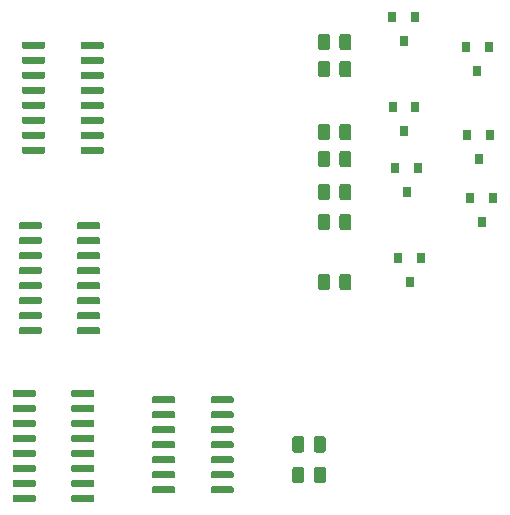
<source format=gbr>
G04 #@! TF.GenerationSoftware,KiCad,Pcbnew,5.1.5+dfsg1-2build2*
G04 #@! TF.CreationDate,2022-03-18T16:26:14+00:00*
G04 #@! TF.ProjectId,pico41,7069636f-3431-42e6-9b69-6361645f7063,rev?*
G04 #@! TF.SameCoordinates,Original*
G04 #@! TF.FileFunction,Paste,Top*
G04 #@! TF.FilePolarity,Positive*
%FSLAX46Y46*%
G04 Gerber Fmt 4.6, Leading zero omitted, Abs format (unit mm)*
G04 Created by KiCad (PCBNEW 5.1.5+dfsg1-2build2) date 2022-03-18 16:26:14*
%MOMM*%
%LPD*%
G04 APERTURE LIST*
%ADD10C,0.100000*%
%ADD11R,0.800000X0.900000*%
G04 APERTURE END LIST*
D10*
G36*
X15314703Y-1555722D02*
G01*
X15329264Y-1557882D01*
X15343543Y-1561459D01*
X15357403Y-1566418D01*
X15370710Y-1572712D01*
X15383336Y-1580280D01*
X15395159Y-1589048D01*
X15406066Y-1598934D01*
X15415952Y-1609841D01*
X15424720Y-1621664D01*
X15432288Y-1634290D01*
X15438582Y-1647597D01*
X15443541Y-1661457D01*
X15447118Y-1675736D01*
X15449278Y-1690297D01*
X15450000Y-1705000D01*
X15450000Y-2005000D01*
X15449278Y-2019703D01*
X15447118Y-2034264D01*
X15443541Y-2048543D01*
X15438582Y-2062403D01*
X15432288Y-2075710D01*
X15424720Y-2088336D01*
X15415952Y-2100159D01*
X15406066Y-2111066D01*
X15395159Y-2120952D01*
X15383336Y-2129720D01*
X15370710Y-2137288D01*
X15357403Y-2143582D01*
X15343543Y-2148541D01*
X15329264Y-2152118D01*
X15314703Y-2154278D01*
X15300000Y-2155000D01*
X13650000Y-2155000D01*
X13635297Y-2154278D01*
X13620736Y-2152118D01*
X13606457Y-2148541D01*
X13592597Y-2143582D01*
X13579290Y-2137288D01*
X13566664Y-2129720D01*
X13554841Y-2120952D01*
X13543934Y-2111066D01*
X13534048Y-2100159D01*
X13525280Y-2088336D01*
X13517712Y-2075710D01*
X13511418Y-2062403D01*
X13506459Y-2048543D01*
X13502882Y-2034264D01*
X13500722Y-2019703D01*
X13500000Y-2005000D01*
X13500000Y-1705000D01*
X13500722Y-1690297D01*
X13502882Y-1675736D01*
X13506459Y-1661457D01*
X13511418Y-1647597D01*
X13517712Y-1634290D01*
X13525280Y-1621664D01*
X13534048Y-1609841D01*
X13543934Y-1598934D01*
X13554841Y-1589048D01*
X13566664Y-1580280D01*
X13579290Y-1572712D01*
X13592597Y-1566418D01*
X13606457Y-1561459D01*
X13620736Y-1557882D01*
X13635297Y-1555722D01*
X13650000Y-1555000D01*
X15300000Y-1555000D01*
X15314703Y-1555722D01*
G37*
G36*
X15314703Y-2825722D02*
G01*
X15329264Y-2827882D01*
X15343543Y-2831459D01*
X15357403Y-2836418D01*
X15370710Y-2842712D01*
X15383336Y-2850280D01*
X15395159Y-2859048D01*
X15406066Y-2868934D01*
X15415952Y-2879841D01*
X15424720Y-2891664D01*
X15432288Y-2904290D01*
X15438582Y-2917597D01*
X15443541Y-2931457D01*
X15447118Y-2945736D01*
X15449278Y-2960297D01*
X15450000Y-2975000D01*
X15450000Y-3275000D01*
X15449278Y-3289703D01*
X15447118Y-3304264D01*
X15443541Y-3318543D01*
X15438582Y-3332403D01*
X15432288Y-3345710D01*
X15424720Y-3358336D01*
X15415952Y-3370159D01*
X15406066Y-3381066D01*
X15395159Y-3390952D01*
X15383336Y-3399720D01*
X15370710Y-3407288D01*
X15357403Y-3413582D01*
X15343543Y-3418541D01*
X15329264Y-3422118D01*
X15314703Y-3424278D01*
X15300000Y-3425000D01*
X13650000Y-3425000D01*
X13635297Y-3424278D01*
X13620736Y-3422118D01*
X13606457Y-3418541D01*
X13592597Y-3413582D01*
X13579290Y-3407288D01*
X13566664Y-3399720D01*
X13554841Y-3390952D01*
X13543934Y-3381066D01*
X13534048Y-3370159D01*
X13525280Y-3358336D01*
X13517712Y-3345710D01*
X13511418Y-3332403D01*
X13506459Y-3318543D01*
X13502882Y-3304264D01*
X13500722Y-3289703D01*
X13500000Y-3275000D01*
X13500000Y-2975000D01*
X13500722Y-2960297D01*
X13502882Y-2945736D01*
X13506459Y-2931457D01*
X13511418Y-2917597D01*
X13517712Y-2904290D01*
X13525280Y-2891664D01*
X13534048Y-2879841D01*
X13543934Y-2868934D01*
X13554841Y-2859048D01*
X13566664Y-2850280D01*
X13579290Y-2842712D01*
X13592597Y-2836418D01*
X13606457Y-2831459D01*
X13620736Y-2827882D01*
X13635297Y-2825722D01*
X13650000Y-2825000D01*
X15300000Y-2825000D01*
X15314703Y-2825722D01*
G37*
G36*
X15314703Y-4095722D02*
G01*
X15329264Y-4097882D01*
X15343543Y-4101459D01*
X15357403Y-4106418D01*
X15370710Y-4112712D01*
X15383336Y-4120280D01*
X15395159Y-4129048D01*
X15406066Y-4138934D01*
X15415952Y-4149841D01*
X15424720Y-4161664D01*
X15432288Y-4174290D01*
X15438582Y-4187597D01*
X15443541Y-4201457D01*
X15447118Y-4215736D01*
X15449278Y-4230297D01*
X15450000Y-4245000D01*
X15450000Y-4545000D01*
X15449278Y-4559703D01*
X15447118Y-4574264D01*
X15443541Y-4588543D01*
X15438582Y-4602403D01*
X15432288Y-4615710D01*
X15424720Y-4628336D01*
X15415952Y-4640159D01*
X15406066Y-4651066D01*
X15395159Y-4660952D01*
X15383336Y-4669720D01*
X15370710Y-4677288D01*
X15357403Y-4683582D01*
X15343543Y-4688541D01*
X15329264Y-4692118D01*
X15314703Y-4694278D01*
X15300000Y-4695000D01*
X13650000Y-4695000D01*
X13635297Y-4694278D01*
X13620736Y-4692118D01*
X13606457Y-4688541D01*
X13592597Y-4683582D01*
X13579290Y-4677288D01*
X13566664Y-4669720D01*
X13554841Y-4660952D01*
X13543934Y-4651066D01*
X13534048Y-4640159D01*
X13525280Y-4628336D01*
X13517712Y-4615710D01*
X13511418Y-4602403D01*
X13506459Y-4588543D01*
X13502882Y-4574264D01*
X13500722Y-4559703D01*
X13500000Y-4545000D01*
X13500000Y-4245000D01*
X13500722Y-4230297D01*
X13502882Y-4215736D01*
X13506459Y-4201457D01*
X13511418Y-4187597D01*
X13517712Y-4174290D01*
X13525280Y-4161664D01*
X13534048Y-4149841D01*
X13543934Y-4138934D01*
X13554841Y-4129048D01*
X13566664Y-4120280D01*
X13579290Y-4112712D01*
X13592597Y-4106418D01*
X13606457Y-4101459D01*
X13620736Y-4097882D01*
X13635297Y-4095722D01*
X13650000Y-4095000D01*
X15300000Y-4095000D01*
X15314703Y-4095722D01*
G37*
G36*
X15314703Y-5365722D02*
G01*
X15329264Y-5367882D01*
X15343543Y-5371459D01*
X15357403Y-5376418D01*
X15370710Y-5382712D01*
X15383336Y-5390280D01*
X15395159Y-5399048D01*
X15406066Y-5408934D01*
X15415952Y-5419841D01*
X15424720Y-5431664D01*
X15432288Y-5444290D01*
X15438582Y-5457597D01*
X15443541Y-5471457D01*
X15447118Y-5485736D01*
X15449278Y-5500297D01*
X15450000Y-5515000D01*
X15450000Y-5815000D01*
X15449278Y-5829703D01*
X15447118Y-5844264D01*
X15443541Y-5858543D01*
X15438582Y-5872403D01*
X15432288Y-5885710D01*
X15424720Y-5898336D01*
X15415952Y-5910159D01*
X15406066Y-5921066D01*
X15395159Y-5930952D01*
X15383336Y-5939720D01*
X15370710Y-5947288D01*
X15357403Y-5953582D01*
X15343543Y-5958541D01*
X15329264Y-5962118D01*
X15314703Y-5964278D01*
X15300000Y-5965000D01*
X13650000Y-5965000D01*
X13635297Y-5964278D01*
X13620736Y-5962118D01*
X13606457Y-5958541D01*
X13592597Y-5953582D01*
X13579290Y-5947288D01*
X13566664Y-5939720D01*
X13554841Y-5930952D01*
X13543934Y-5921066D01*
X13534048Y-5910159D01*
X13525280Y-5898336D01*
X13517712Y-5885710D01*
X13511418Y-5872403D01*
X13506459Y-5858543D01*
X13502882Y-5844264D01*
X13500722Y-5829703D01*
X13500000Y-5815000D01*
X13500000Y-5515000D01*
X13500722Y-5500297D01*
X13502882Y-5485736D01*
X13506459Y-5471457D01*
X13511418Y-5457597D01*
X13517712Y-5444290D01*
X13525280Y-5431664D01*
X13534048Y-5419841D01*
X13543934Y-5408934D01*
X13554841Y-5399048D01*
X13566664Y-5390280D01*
X13579290Y-5382712D01*
X13592597Y-5376418D01*
X13606457Y-5371459D01*
X13620736Y-5367882D01*
X13635297Y-5365722D01*
X13650000Y-5365000D01*
X15300000Y-5365000D01*
X15314703Y-5365722D01*
G37*
G36*
X15314703Y-6635722D02*
G01*
X15329264Y-6637882D01*
X15343543Y-6641459D01*
X15357403Y-6646418D01*
X15370710Y-6652712D01*
X15383336Y-6660280D01*
X15395159Y-6669048D01*
X15406066Y-6678934D01*
X15415952Y-6689841D01*
X15424720Y-6701664D01*
X15432288Y-6714290D01*
X15438582Y-6727597D01*
X15443541Y-6741457D01*
X15447118Y-6755736D01*
X15449278Y-6770297D01*
X15450000Y-6785000D01*
X15450000Y-7085000D01*
X15449278Y-7099703D01*
X15447118Y-7114264D01*
X15443541Y-7128543D01*
X15438582Y-7142403D01*
X15432288Y-7155710D01*
X15424720Y-7168336D01*
X15415952Y-7180159D01*
X15406066Y-7191066D01*
X15395159Y-7200952D01*
X15383336Y-7209720D01*
X15370710Y-7217288D01*
X15357403Y-7223582D01*
X15343543Y-7228541D01*
X15329264Y-7232118D01*
X15314703Y-7234278D01*
X15300000Y-7235000D01*
X13650000Y-7235000D01*
X13635297Y-7234278D01*
X13620736Y-7232118D01*
X13606457Y-7228541D01*
X13592597Y-7223582D01*
X13579290Y-7217288D01*
X13566664Y-7209720D01*
X13554841Y-7200952D01*
X13543934Y-7191066D01*
X13534048Y-7180159D01*
X13525280Y-7168336D01*
X13517712Y-7155710D01*
X13511418Y-7142403D01*
X13506459Y-7128543D01*
X13502882Y-7114264D01*
X13500722Y-7099703D01*
X13500000Y-7085000D01*
X13500000Y-6785000D01*
X13500722Y-6770297D01*
X13502882Y-6755736D01*
X13506459Y-6741457D01*
X13511418Y-6727597D01*
X13517712Y-6714290D01*
X13525280Y-6701664D01*
X13534048Y-6689841D01*
X13543934Y-6678934D01*
X13554841Y-6669048D01*
X13566664Y-6660280D01*
X13579290Y-6652712D01*
X13592597Y-6646418D01*
X13606457Y-6641459D01*
X13620736Y-6637882D01*
X13635297Y-6635722D01*
X13650000Y-6635000D01*
X15300000Y-6635000D01*
X15314703Y-6635722D01*
G37*
G36*
X15314703Y-7905722D02*
G01*
X15329264Y-7907882D01*
X15343543Y-7911459D01*
X15357403Y-7916418D01*
X15370710Y-7922712D01*
X15383336Y-7930280D01*
X15395159Y-7939048D01*
X15406066Y-7948934D01*
X15415952Y-7959841D01*
X15424720Y-7971664D01*
X15432288Y-7984290D01*
X15438582Y-7997597D01*
X15443541Y-8011457D01*
X15447118Y-8025736D01*
X15449278Y-8040297D01*
X15450000Y-8055000D01*
X15450000Y-8355000D01*
X15449278Y-8369703D01*
X15447118Y-8384264D01*
X15443541Y-8398543D01*
X15438582Y-8412403D01*
X15432288Y-8425710D01*
X15424720Y-8438336D01*
X15415952Y-8450159D01*
X15406066Y-8461066D01*
X15395159Y-8470952D01*
X15383336Y-8479720D01*
X15370710Y-8487288D01*
X15357403Y-8493582D01*
X15343543Y-8498541D01*
X15329264Y-8502118D01*
X15314703Y-8504278D01*
X15300000Y-8505000D01*
X13650000Y-8505000D01*
X13635297Y-8504278D01*
X13620736Y-8502118D01*
X13606457Y-8498541D01*
X13592597Y-8493582D01*
X13579290Y-8487288D01*
X13566664Y-8479720D01*
X13554841Y-8470952D01*
X13543934Y-8461066D01*
X13534048Y-8450159D01*
X13525280Y-8438336D01*
X13517712Y-8425710D01*
X13511418Y-8412403D01*
X13506459Y-8398543D01*
X13502882Y-8384264D01*
X13500722Y-8369703D01*
X13500000Y-8355000D01*
X13500000Y-8055000D01*
X13500722Y-8040297D01*
X13502882Y-8025736D01*
X13506459Y-8011457D01*
X13511418Y-7997597D01*
X13517712Y-7984290D01*
X13525280Y-7971664D01*
X13534048Y-7959841D01*
X13543934Y-7948934D01*
X13554841Y-7939048D01*
X13566664Y-7930280D01*
X13579290Y-7922712D01*
X13592597Y-7916418D01*
X13606457Y-7911459D01*
X13620736Y-7907882D01*
X13635297Y-7905722D01*
X13650000Y-7905000D01*
X15300000Y-7905000D01*
X15314703Y-7905722D01*
G37*
G36*
X15314703Y-9175722D02*
G01*
X15329264Y-9177882D01*
X15343543Y-9181459D01*
X15357403Y-9186418D01*
X15370710Y-9192712D01*
X15383336Y-9200280D01*
X15395159Y-9209048D01*
X15406066Y-9218934D01*
X15415952Y-9229841D01*
X15424720Y-9241664D01*
X15432288Y-9254290D01*
X15438582Y-9267597D01*
X15443541Y-9281457D01*
X15447118Y-9295736D01*
X15449278Y-9310297D01*
X15450000Y-9325000D01*
X15450000Y-9625000D01*
X15449278Y-9639703D01*
X15447118Y-9654264D01*
X15443541Y-9668543D01*
X15438582Y-9682403D01*
X15432288Y-9695710D01*
X15424720Y-9708336D01*
X15415952Y-9720159D01*
X15406066Y-9731066D01*
X15395159Y-9740952D01*
X15383336Y-9749720D01*
X15370710Y-9757288D01*
X15357403Y-9763582D01*
X15343543Y-9768541D01*
X15329264Y-9772118D01*
X15314703Y-9774278D01*
X15300000Y-9775000D01*
X13650000Y-9775000D01*
X13635297Y-9774278D01*
X13620736Y-9772118D01*
X13606457Y-9768541D01*
X13592597Y-9763582D01*
X13579290Y-9757288D01*
X13566664Y-9749720D01*
X13554841Y-9740952D01*
X13543934Y-9731066D01*
X13534048Y-9720159D01*
X13525280Y-9708336D01*
X13517712Y-9695710D01*
X13511418Y-9682403D01*
X13506459Y-9668543D01*
X13502882Y-9654264D01*
X13500722Y-9639703D01*
X13500000Y-9625000D01*
X13500000Y-9325000D01*
X13500722Y-9310297D01*
X13502882Y-9295736D01*
X13506459Y-9281457D01*
X13511418Y-9267597D01*
X13517712Y-9254290D01*
X13525280Y-9241664D01*
X13534048Y-9229841D01*
X13543934Y-9218934D01*
X13554841Y-9209048D01*
X13566664Y-9200280D01*
X13579290Y-9192712D01*
X13592597Y-9186418D01*
X13606457Y-9181459D01*
X13620736Y-9177882D01*
X13635297Y-9175722D01*
X13650000Y-9175000D01*
X15300000Y-9175000D01*
X15314703Y-9175722D01*
G37*
G36*
X15314703Y-10445722D02*
G01*
X15329264Y-10447882D01*
X15343543Y-10451459D01*
X15357403Y-10456418D01*
X15370710Y-10462712D01*
X15383336Y-10470280D01*
X15395159Y-10479048D01*
X15406066Y-10488934D01*
X15415952Y-10499841D01*
X15424720Y-10511664D01*
X15432288Y-10524290D01*
X15438582Y-10537597D01*
X15443541Y-10551457D01*
X15447118Y-10565736D01*
X15449278Y-10580297D01*
X15450000Y-10595000D01*
X15450000Y-10895000D01*
X15449278Y-10909703D01*
X15447118Y-10924264D01*
X15443541Y-10938543D01*
X15438582Y-10952403D01*
X15432288Y-10965710D01*
X15424720Y-10978336D01*
X15415952Y-10990159D01*
X15406066Y-11001066D01*
X15395159Y-11010952D01*
X15383336Y-11019720D01*
X15370710Y-11027288D01*
X15357403Y-11033582D01*
X15343543Y-11038541D01*
X15329264Y-11042118D01*
X15314703Y-11044278D01*
X15300000Y-11045000D01*
X13650000Y-11045000D01*
X13635297Y-11044278D01*
X13620736Y-11042118D01*
X13606457Y-11038541D01*
X13592597Y-11033582D01*
X13579290Y-11027288D01*
X13566664Y-11019720D01*
X13554841Y-11010952D01*
X13543934Y-11001066D01*
X13534048Y-10990159D01*
X13525280Y-10978336D01*
X13517712Y-10965710D01*
X13511418Y-10952403D01*
X13506459Y-10938543D01*
X13502882Y-10924264D01*
X13500722Y-10909703D01*
X13500000Y-10895000D01*
X13500000Y-10595000D01*
X13500722Y-10580297D01*
X13502882Y-10565736D01*
X13506459Y-10551457D01*
X13511418Y-10537597D01*
X13517712Y-10524290D01*
X13525280Y-10511664D01*
X13534048Y-10499841D01*
X13543934Y-10488934D01*
X13554841Y-10479048D01*
X13566664Y-10470280D01*
X13579290Y-10462712D01*
X13592597Y-10456418D01*
X13606457Y-10451459D01*
X13620736Y-10447882D01*
X13635297Y-10445722D01*
X13650000Y-10445000D01*
X15300000Y-10445000D01*
X15314703Y-10445722D01*
G37*
G36*
X10364703Y-10445722D02*
G01*
X10379264Y-10447882D01*
X10393543Y-10451459D01*
X10407403Y-10456418D01*
X10420710Y-10462712D01*
X10433336Y-10470280D01*
X10445159Y-10479048D01*
X10456066Y-10488934D01*
X10465952Y-10499841D01*
X10474720Y-10511664D01*
X10482288Y-10524290D01*
X10488582Y-10537597D01*
X10493541Y-10551457D01*
X10497118Y-10565736D01*
X10499278Y-10580297D01*
X10500000Y-10595000D01*
X10500000Y-10895000D01*
X10499278Y-10909703D01*
X10497118Y-10924264D01*
X10493541Y-10938543D01*
X10488582Y-10952403D01*
X10482288Y-10965710D01*
X10474720Y-10978336D01*
X10465952Y-10990159D01*
X10456066Y-11001066D01*
X10445159Y-11010952D01*
X10433336Y-11019720D01*
X10420710Y-11027288D01*
X10407403Y-11033582D01*
X10393543Y-11038541D01*
X10379264Y-11042118D01*
X10364703Y-11044278D01*
X10350000Y-11045000D01*
X8700000Y-11045000D01*
X8685297Y-11044278D01*
X8670736Y-11042118D01*
X8656457Y-11038541D01*
X8642597Y-11033582D01*
X8629290Y-11027288D01*
X8616664Y-11019720D01*
X8604841Y-11010952D01*
X8593934Y-11001066D01*
X8584048Y-10990159D01*
X8575280Y-10978336D01*
X8567712Y-10965710D01*
X8561418Y-10952403D01*
X8556459Y-10938543D01*
X8552882Y-10924264D01*
X8550722Y-10909703D01*
X8550000Y-10895000D01*
X8550000Y-10595000D01*
X8550722Y-10580297D01*
X8552882Y-10565736D01*
X8556459Y-10551457D01*
X8561418Y-10537597D01*
X8567712Y-10524290D01*
X8575280Y-10511664D01*
X8584048Y-10499841D01*
X8593934Y-10488934D01*
X8604841Y-10479048D01*
X8616664Y-10470280D01*
X8629290Y-10462712D01*
X8642597Y-10456418D01*
X8656457Y-10451459D01*
X8670736Y-10447882D01*
X8685297Y-10445722D01*
X8700000Y-10445000D01*
X10350000Y-10445000D01*
X10364703Y-10445722D01*
G37*
G36*
X10364703Y-9175722D02*
G01*
X10379264Y-9177882D01*
X10393543Y-9181459D01*
X10407403Y-9186418D01*
X10420710Y-9192712D01*
X10433336Y-9200280D01*
X10445159Y-9209048D01*
X10456066Y-9218934D01*
X10465952Y-9229841D01*
X10474720Y-9241664D01*
X10482288Y-9254290D01*
X10488582Y-9267597D01*
X10493541Y-9281457D01*
X10497118Y-9295736D01*
X10499278Y-9310297D01*
X10500000Y-9325000D01*
X10500000Y-9625000D01*
X10499278Y-9639703D01*
X10497118Y-9654264D01*
X10493541Y-9668543D01*
X10488582Y-9682403D01*
X10482288Y-9695710D01*
X10474720Y-9708336D01*
X10465952Y-9720159D01*
X10456066Y-9731066D01*
X10445159Y-9740952D01*
X10433336Y-9749720D01*
X10420710Y-9757288D01*
X10407403Y-9763582D01*
X10393543Y-9768541D01*
X10379264Y-9772118D01*
X10364703Y-9774278D01*
X10350000Y-9775000D01*
X8700000Y-9775000D01*
X8685297Y-9774278D01*
X8670736Y-9772118D01*
X8656457Y-9768541D01*
X8642597Y-9763582D01*
X8629290Y-9757288D01*
X8616664Y-9749720D01*
X8604841Y-9740952D01*
X8593934Y-9731066D01*
X8584048Y-9720159D01*
X8575280Y-9708336D01*
X8567712Y-9695710D01*
X8561418Y-9682403D01*
X8556459Y-9668543D01*
X8552882Y-9654264D01*
X8550722Y-9639703D01*
X8550000Y-9625000D01*
X8550000Y-9325000D01*
X8550722Y-9310297D01*
X8552882Y-9295736D01*
X8556459Y-9281457D01*
X8561418Y-9267597D01*
X8567712Y-9254290D01*
X8575280Y-9241664D01*
X8584048Y-9229841D01*
X8593934Y-9218934D01*
X8604841Y-9209048D01*
X8616664Y-9200280D01*
X8629290Y-9192712D01*
X8642597Y-9186418D01*
X8656457Y-9181459D01*
X8670736Y-9177882D01*
X8685297Y-9175722D01*
X8700000Y-9175000D01*
X10350000Y-9175000D01*
X10364703Y-9175722D01*
G37*
G36*
X10364703Y-7905722D02*
G01*
X10379264Y-7907882D01*
X10393543Y-7911459D01*
X10407403Y-7916418D01*
X10420710Y-7922712D01*
X10433336Y-7930280D01*
X10445159Y-7939048D01*
X10456066Y-7948934D01*
X10465952Y-7959841D01*
X10474720Y-7971664D01*
X10482288Y-7984290D01*
X10488582Y-7997597D01*
X10493541Y-8011457D01*
X10497118Y-8025736D01*
X10499278Y-8040297D01*
X10500000Y-8055000D01*
X10500000Y-8355000D01*
X10499278Y-8369703D01*
X10497118Y-8384264D01*
X10493541Y-8398543D01*
X10488582Y-8412403D01*
X10482288Y-8425710D01*
X10474720Y-8438336D01*
X10465952Y-8450159D01*
X10456066Y-8461066D01*
X10445159Y-8470952D01*
X10433336Y-8479720D01*
X10420710Y-8487288D01*
X10407403Y-8493582D01*
X10393543Y-8498541D01*
X10379264Y-8502118D01*
X10364703Y-8504278D01*
X10350000Y-8505000D01*
X8700000Y-8505000D01*
X8685297Y-8504278D01*
X8670736Y-8502118D01*
X8656457Y-8498541D01*
X8642597Y-8493582D01*
X8629290Y-8487288D01*
X8616664Y-8479720D01*
X8604841Y-8470952D01*
X8593934Y-8461066D01*
X8584048Y-8450159D01*
X8575280Y-8438336D01*
X8567712Y-8425710D01*
X8561418Y-8412403D01*
X8556459Y-8398543D01*
X8552882Y-8384264D01*
X8550722Y-8369703D01*
X8550000Y-8355000D01*
X8550000Y-8055000D01*
X8550722Y-8040297D01*
X8552882Y-8025736D01*
X8556459Y-8011457D01*
X8561418Y-7997597D01*
X8567712Y-7984290D01*
X8575280Y-7971664D01*
X8584048Y-7959841D01*
X8593934Y-7948934D01*
X8604841Y-7939048D01*
X8616664Y-7930280D01*
X8629290Y-7922712D01*
X8642597Y-7916418D01*
X8656457Y-7911459D01*
X8670736Y-7907882D01*
X8685297Y-7905722D01*
X8700000Y-7905000D01*
X10350000Y-7905000D01*
X10364703Y-7905722D01*
G37*
G36*
X10364703Y-6635722D02*
G01*
X10379264Y-6637882D01*
X10393543Y-6641459D01*
X10407403Y-6646418D01*
X10420710Y-6652712D01*
X10433336Y-6660280D01*
X10445159Y-6669048D01*
X10456066Y-6678934D01*
X10465952Y-6689841D01*
X10474720Y-6701664D01*
X10482288Y-6714290D01*
X10488582Y-6727597D01*
X10493541Y-6741457D01*
X10497118Y-6755736D01*
X10499278Y-6770297D01*
X10500000Y-6785000D01*
X10500000Y-7085000D01*
X10499278Y-7099703D01*
X10497118Y-7114264D01*
X10493541Y-7128543D01*
X10488582Y-7142403D01*
X10482288Y-7155710D01*
X10474720Y-7168336D01*
X10465952Y-7180159D01*
X10456066Y-7191066D01*
X10445159Y-7200952D01*
X10433336Y-7209720D01*
X10420710Y-7217288D01*
X10407403Y-7223582D01*
X10393543Y-7228541D01*
X10379264Y-7232118D01*
X10364703Y-7234278D01*
X10350000Y-7235000D01*
X8700000Y-7235000D01*
X8685297Y-7234278D01*
X8670736Y-7232118D01*
X8656457Y-7228541D01*
X8642597Y-7223582D01*
X8629290Y-7217288D01*
X8616664Y-7209720D01*
X8604841Y-7200952D01*
X8593934Y-7191066D01*
X8584048Y-7180159D01*
X8575280Y-7168336D01*
X8567712Y-7155710D01*
X8561418Y-7142403D01*
X8556459Y-7128543D01*
X8552882Y-7114264D01*
X8550722Y-7099703D01*
X8550000Y-7085000D01*
X8550000Y-6785000D01*
X8550722Y-6770297D01*
X8552882Y-6755736D01*
X8556459Y-6741457D01*
X8561418Y-6727597D01*
X8567712Y-6714290D01*
X8575280Y-6701664D01*
X8584048Y-6689841D01*
X8593934Y-6678934D01*
X8604841Y-6669048D01*
X8616664Y-6660280D01*
X8629290Y-6652712D01*
X8642597Y-6646418D01*
X8656457Y-6641459D01*
X8670736Y-6637882D01*
X8685297Y-6635722D01*
X8700000Y-6635000D01*
X10350000Y-6635000D01*
X10364703Y-6635722D01*
G37*
G36*
X10364703Y-5365722D02*
G01*
X10379264Y-5367882D01*
X10393543Y-5371459D01*
X10407403Y-5376418D01*
X10420710Y-5382712D01*
X10433336Y-5390280D01*
X10445159Y-5399048D01*
X10456066Y-5408934D01*
X10465952Y-5419841D01*
X10474720Y-5431664D01*
X10482288Y-5444290D01*
X10488582Y-5457597D01*
X10493541Y-5471457D01*
X10497118Y-5485736D01*
X10499278Y-5500297D01*
X10500000Y-5515000D01*
X10500000Y-5815000D01*
X10499278Y-5829703D01*
X10497118Y-5844264D01*
X10493541Y-5858543D01*
X10488582Y-5872403D01*
X10482288Y-5885710D01*
X10474720Y-5898336D01*
X10465952Y-5910159D01*
X10456066Y-5921066D01*
X10445159Y-5930952D01*
X10433336Y-5939720D01*
X10420710Y-5947288D01*
X10407403Y-5953582D01*
X10393543Y-5958541D01*
X10379264Y-5962118D01*
X10364703Y-5964278D01*
X10350000Y-5965000D01*
X8700000Y-5965000D01*
X8685297Y-5964278D01*
X8670736Y-5962118D01*
X8656457Y-5958541D01*
X8642597Y-5953582D01*
X8629290Y-5947288D01*
X8616664Y-5939720D01*
X8604841Y-5930952D01*
X8593934Y-5921066D01*
X8584048Y-5910159D01*
X8575280Y-5898336D01*
X8567712Y-5885710D01*
X8561418Y-5872403D01*
X8556459Y-5858543D01*
X8552882Y-5844264D01*
X8550722Y-5829703D01*
X8550000Y-5815000D01*
X8550000Y-5515000D01*
X8550722Y-5500297D01*
X8552882Y-5485736D01*
X8556459Y-5471457D01*
X8561418Y-5457597D01*
X8567712Y-5444290D01*
X8575280Y-5431664D01*
X8584048Y-5419841D01*
X8593934Y-5408934D01*
X8604841Y-5399048D01*
X8616664Y-5390280D01*
X8629290Y-5382712D01*
X8642597Y-5376418D01*
X8656457Y-5371459D01*
X8670736Y-5367882D01*
X8685297Y-5365722D01*
X8700000Y-5365000D01*
X10350000Y-5365000D01*
X10364703Y-5365722D01*
G37*
G36*
X10364703Y-4095722D02*
G01*
X10379264Y-4097882D01*
X10393543Y-4101459D01*
X10407403Y-4106418D01*
X10420710Y-4112712D01*
X10433336Y-4120280D01*
X10445159Y-4129048D01*
X10456066Y-4138934D01*
X10465952Y-4149841D01*
X10474720Y-4161664D01*
X10482288Y-4174290D01*
X10488582Y-4187597D01*
X10493541Y-4201457D01*
X10497118Y-4215736D01*
X10499278Y-4230297D01*
X10500000Y-4245000D01*
X10500000Y-4545000D01*
X10499278Y-4559703D01*
X10497118Y-4574264D01*
X10493541Y-4588543D01*
X10488582Y-4602403D01*
X10482288Y-4615710D01*
X10474720Y-4628336D01*
X10465952Y-4640159D01*
X10456066Y-4651066D01*
X10445159Y-4660952D01*
X10433336Y-4669720D01*
X10420710Y-4677288D01*
X10407403Y-4683582D01*
X10393543Y-4688541D01*
X10379264Y-4692118D01*
X10364703Y-4694278D01*
X10350000Y-4695000D01*
X8700000Y-4695000D01*
X8685297Y-4694278D01*
X8670736Y-4692118D01*
X8656457Y-4688541D01*
X8642597Y-4683582D01*
X8629290Y-4677288D01*
X8616664Y-4669720D01*
X8604841Y-4660952D01*
X8593934Y-4651066D01*
X8584048Y-4640159D01*
X8575280Y-4628336D01*
X8567712Y-4615710D01*
X8561418Y-4602403D01*
X8556459Y-4588543D01*
X8552882Y-4574264D01*
X8550722Y-4559703D01*
X8550000Y-4545000D01*
X8550000Y-4245000D01*
X8550722Y-4230297D01*
X8552882Y-4215736D01*
X8556459Y-4201457D01*
X8561418Y-4187597D01*
X8567712Y-4174290D01*
X8575280Y-4161664D01*
X8584048Y-4149841D01*
X8593934Y-4138934D01*
X8604841Y-4129048D01*
X8616664Y-4120280D01*
X8629290Y-4112712D01*
X8642597Y-4106418D01*
X8656457Y-4101459D01*
X8670736Y-4097882D01*
X8685297Y-4095722D01*
X8700000Y-4095000D01*
X10350000Y-4095000D01*
X10364703Y-4095722D01*
G37*
G36*
X10364703Y-2825722D02*
G01*
X10379264Y-2827882D01*
X10393543Y-2831459D01*
X10407403Y-2836418D01*
X10420710Y-2842712D01*
X10433336Y-2850280D01*
X10445159Y-2859048D01*
X10456066Y-2868934D01*
X10465952Y-2879841D01*
X10474720Y-2891664D01*
X10482288Y-2904290D01*
X10488582Y-2917597D01*
X10493541Y-2931457D01*
X10497118Y-2945736D01*
X10499278Y-2960297D01*
X10500000Y-2975000D01*
X10500000Y-3275000D01*
X10499278Y-3289703D01*
X10497118Y-3304264D01*
X10493541Y-3318543D01*
X10488582Y-3332403D01*
X10482288Y-3345710D01*
X10474720Y-3358336D01*
X10465952Y-3370159D01*
X10456066Y-3381066D01*
X10445159Y-3390952D01*
X10433336Y-3399720D01*
X10420710Y-3407288D01*
X10407403Y-3413582D01*
X10393543Y-3418541D01*
X10379264Y-3422118D01*
X10364703Y-3424278D01*
X10350000Y-3425000D01*
X8700000Y-3425000D01*
X8685297Y-3424278D01*
X8670736Y-3422118D01*
X8656457Y-3418541D01*
X8642597Y-3413582D01*
X8629290Y-3407288D01*
X8616664Y-3399720D01*
X8604841Y-3390952D01*
X8593934Y-3381066D01*
X8584048Y-3370159D01*
X8575280Y-3358336D01*
X8567712Y-3345710D01*
X8561418Y-3332403D01*
X8556459Y-3318543D01*
X8552882Y-3304264D01*
X8550722Y-3289703D01*
X8550000Y-3275000D01*
X8550000Y-2975000D01*
X8550722Y-2960297D01*
X8552882Y-2945736D01*
X8556459Y-2931457D01*
X8561418Y-2917597D01*
X8567712Y-2904290D01*
X8575280Y-2891664D01*
X8584048Y-2879841D01*
X8593934Y-2868934D01*
X8604841Y-2859048D01*
X8616664Y-2850280D01*
X8629290Y-2842712D01*
X8642597Y-2836418D01*
X8656457Y-2831459D01*
X8670736Y-2827882D01*
X8685297Y-2825722D01*
X8700000Y-2825000D01*
X10350000Y-2825000D01*
X10364703Y-2825722D01*
G37*
G36*
X10364703Y-1555722D02*
G01*
X10379264Y-1557882D01*
X10393543Y-1561459D01*
X10407403Y-1566418D01*
X10420710Y-1572712D01*
X10433336Y-1580280D01*
X10445159Y-1589048D01*
X10456066Y-1598934D01*
X10465952Y-1609841D01*
X10474720Y-1621664D01*
X10482288Y-1634290D01*
X10488582Y-1647597D01*
X10493541Y-1661457D01*
X10497118Y-1675736D01*
X10499278Y-1690297D01*
X10500000Y-1705000D01*
X10500000Y-2005000D01*
X10499278Y-2019703D01*
X10497118Y-2034264D01*
X10493541Y-2048543D01*
X10488582Y-2062403D01*
X10482288Y-2075710D01*
X10474720Y-2088336D01*
X10465952Y-2100159D01*
X10456066Y-2111066D01*
X10445159Y-2120952D01*
X10433336Y-2129720D01*
X10420710Y-2137288D01*
X10407403Y-2143582D01*
X10393543Y-2148541D01*
X10379264Y-2152118D01*
X10364703Y-2154278D01*
X10350000Y-2155000D01*
X8700000Y-2155000D01*
X8685297Y-2154278D01*
X8670736Y-2152118D01*
X8656457Y-2148541D01*
X8642597Y-2143582D01*
X8629290Y-2137288D01*
X8616664Y-2129720D01*
X8604841Y-2120952D01*
X8593934Y-2111066D01*
X8584048Y-2100159D01*
X8575280Y-2088336D01*
X8567712Y-2075710D01*
X8561418Y-2062403D01*
X8556459Y-2048543D01*
X8552882Y-2034264D01*
X8550722Y-2019703D01*
X8550000Y-2005000D01*
X8550000Y-1705000D01*
X8550722Y-1690297D01*
X8552882Y-1675736D01*
X8556459Y-1661457D01*
X8561418Y-1647597D01*
X8567712Y-1634290D01*
X8575280Y-1621664D01*
X8584048Y-1609841D01*
X8593934Y-1598934D01*
X8604841Y-1589048D01*
X8616664Y-1580280D01*
X8629290Y-1572712D01*
X8642597Y-1566418D01*
X8656457Y-1561459D01*
X8670736Y-1557882D01*
X8685297Y-1555722D01*
X8700000Y-1555000D01*
X10350000Y-1555000D01*
X10364703Y-1555722D01*
G37*
G36*
X15614703Y13744278D02*
G01*
X15629264Y13742118D01*
X15643543Y13738541D01*
X15657403Y13733582D01*
X15670710Y13727288D01*
X15683336Y13719720D01*
X15695159Y13710952D01*
X15706066Y13701066D01*
X15715952Y13690159D01*
X15724720Y13678336D01*
X15732288Y13665710D01*
X15738582Y13652403D01*
X15743541Y13638543D01*
X15747118Y13624264D01*
X15749278Y13609703D01*
X15750000Y13595000D01*
X15750000Y13295000D01*
X15749278Y13280297D01*
X15747118Y13265736D01*
X15743541Y13251457D01*
X15738582Y13237597D01*
X15732288Y13224290D01*
X15724720Y13211664D01*
X15715952Y13199841D01*
X15706066Y13188934D01*
X15695159Y13179048D01*
X15683336Y13170280D01*
X15670710Y13162712D01*
X15657403Y13156418D01*
X15643543Y13151459D01*
X15629264Y13147882D01*
X15614703Y13145722D01*
X15600000Y13145000D01*
X13950000Y13145000D01*
X13935297Y13145722D01*
X13920736Y13147882D01*
X13906457Y13151459D01*
X13892597Y13156418D01*
X13879290Y13162712D01*
X13866664Y13170280D01*
X13854841Y13179048D01*
X13843934Y13188934D01*
X13834048Y13199841D01*
X13825280Y13211664D01*
X13817712Y13224290D01*
X13811418Y13237597D01*
X13806459Y13251457D01*
X13802882Y13265736D01*
X13800722Y13280297D01*
X13800000Y13295000D01*
X13800000Y13595000D01*
X13800722Y13609703D01*
X13802882Y13624264D01*
X13806459Y13638543D01*
X13811418Y13652403D01*
X13817712Y13665710D01*
X13825280Y13678336D01*
X13834048Y13690159D01*
X13843934Y13701066D01*
X13854841Y13710952D01*
X13866664Y13719720D01*
X13879290Y13727288D01*
X13892597Y13733582D01*
X13906457Y13738541D01*
X13920736Y13742118D01*
X13935297Y13744278D01*
X13950000Y13745000D01*
X15600000Y13745000D01*
X15614703Y13744278D01*
G37*
G36*
X15614703Y12474278D02*
G01*
X15629264Y12472118D01*
X15643543Y12468541D01*
X15657403Y12463582D01*
X15670710Y12457288D01*
X15683336Y12449720D01*
X15695159Y12440952D01*
X15706066Y12431066D01*
X15715952Y12420159D01*
X15724720Y12408336D01*
X15732288Y12395710D01*
X15738582Y12382403D01*
X15743541Y12368543D01*
X15747118Y12354264D01*
X15749278Y12339703D01*
X15750000Y12325000D01*
X15750000Y12025000D01*
X15749278Y12010297D01*
X15747118Y11995736D01*
X15743541Y11981457D01*
X15738582Y11967597D01*
X15732288Y11954290D01*
X15724720Y11941664D01*
X15715952Y11929841D01*
X15706066Y11918934D01*
X15695159Y11909048D01*
X15683336Y11900280D01*
X15670710Y11892712D01*
X15657403Y11886418D01*
X15643543Y11881459D01*
X15629264Y11877882D01*
X15614703Y11875722D01*
X15600000Y11875000D01*
X13950000Y11875000D01*
X13935297Y11875722D01*
X13920736Y11877882D01*
X13906457Y11881459D01*
X13892597Y11886418D01*
X13879290Y11892712D01*
X13866664Y11900280D01*
X13854841Y11909048D01*
X13843934Y11918934D01*
X13834048Y11929841D01*
X13825280Y11941664D01*
X13817712Y11954290D01*
X13811418Y11967597D01*
X13806459Y11981457D01*
X13802882Y11995736D01*
X13800722Y12010297D01*
X13800000Y12025000D01*
X13800000Y12325000D01*
X13800722Y12339703D01*
X13802882Y12354264D01*
X13806459Y12368543D01*
X13811418Y12382403D01*
X13817712Y12395710D01*
X13825280Y12408336D01*
X13834048Y12420159D01*
X13843934Y12431066D01*
X13854841Y12440952D01*
X13866664Y12449720D01*
X13879290Y12457288D01*
X13892597Y12463582D01*
X13906457Y12468541D01*
X13920736Y12472118D01*
X13935297Y12474278D01*
X13950000Y12475000D01*
X15600000Y12475000D01*
X15614703Y12474278D01*
G37*
G36*
X15614703Y11204278D02*
G01*
X15629264Y11202118D01*
X15643543Y11198541D01*
X15657403Y11193582D01*
X15670710Y11187288D01*
X15683336Y11179720D01*
X15695159Y11170952D01*
X15706066Y11161066D01*
X15715952Y11150159D01*
X15724720Y11138336D01*
X15732288Y11125710D01*
X15738582Y11112403D01*
X15743541Y11098543D01*
X15747118Y11084264D01*
X15749278Y11069703D01*
X15750000Y11055000D01*
X15750000Y10755000D01*
X15749278Y10740297D01*
X15747118Y10725736D01*
X15743541Y10711457D01*
X15738582Y10697597D01*
X15732288Y10684290D01*
X15724720Y10671664D01*
X15715952Y10659841D01*
X15706066Y10648934D01*
X15695159Y10639048D01*
X15683336Y10630280D01*
X15670710Y10622712D01*
X15657403Y10616418D01*
X15643543Y10611459D01*
X15629264Y10607882D01*
X15614703Y10605722D01*
X15600000Y10605000D01*
X13950000Y10605000D01*
X13935297Y10605722D01*
X13920736Y10607882D01*
X13906457Y10611459D01*
X13892597Y10616418D01*
X13879290Y10622712D01*
X13866664Y10630280D01*
X13854841Y10639048D01*
X13843934Y10648934D01*
X13834048Y10659841D01*
X13825280Y10671664D01*
X13817712Y10684290D01*
X13811418Y10697597D01*
X13806459Y10711457D01*
X13802882Y10725736D01*
X13800722Y10740297D01*
X13800000Y10755000D01*
X13800000Y11055000D01*
X13800722Y11069703D01*
X13802882Y11084264D01*
X13806459Y11098543D01*
X13811418Y11112403D01*
X13817712Y11125710D01*
X13825280Y11138336D01*
X13834048Y11150159D01*
X13843934Y11161066D01*
X13854841Y11170952D01*
X13866664Y11179720D01*
X13879290Y11187288D01*
X13892597Y11193582D01*
X13906457Y11198541D01*
X13920736Y11202118D01*
X13935297Y11204278D01*
X13950000Y11205000D01*
X15600000Y11205000D01*
X15614703Y11204278D01*
G37*
G36*
X15614703Y9934278D02*
G01*
X15629264Y9932118D01*
X15643543Y9928541D01*
X15657403Y9923582D01*
X15670710Y9917288D01*
X15683336Y9909720D01*
X15695159Y9900952D01*
X15706066Y9891066D01*
X15715952Y9880159D01*
X15724720Y9868336D01*
X15732288Y9855710D01*
X15738582Y9842403D01*
X15743541Y9828543D01*
X15747118Y9814264D01*
X15749278Y9799703D01*
X15750000Y9785000D01*
X15750000Y9485000D01*
X15749278Y9470297D01*
X15747118Y9455736D01*
X15743541Y9441457D01*
X15738582Y9427597D01*
X15732288Y9414290D01*
X15724720Y9401664D01*
X15715952Y9389841D01*
X15706066Y9378934D01*
X15695159Y9369048D01*
X15683336Y9360280D01*
X15670710Y9352712D01*
X15657403Y9346418D01*
X15643543Y9341459D01*
X15629264Y9337882D01*
X15614703Y9335722D01*
X15600000Y9335000D01*
X13950000Y9335000D01*
X13935297Y9335722D01*
X13920736Y9337882D01*
X13906457Y9341459D01*
X13892597Y9346418D01*
X13879290Y9352712D01*
X13866664Y9360280D01*
X13854841Y9369048D01*
X13843934Y9378934D01*
X13834048Y9389841D01*
X13825280Y9401664D01*
X13817712Y9414290D01*
X13811418Y9427597D01*
X13806459Y9441457D01*
X13802882Y9455736D01*
X13800722Y9470297D01*
X13800000Y9485000D01*
X13800000Y9785000D01*
X13800722Y9799703D01*
X13802882Y9814264D01*
X13806459Y9828543D01*
X13811418Y9842403D01*
X13817712Y9855710D01*
X13825280Y9868336D01*
X13834048Y9880159D01*
X13843934Y9891066D01*
X13854841Y9900952D01*
X13866664Y9909720D01*
X13879290Y9917288D01*
X13892597Y9923582D01*
X13906457Y9928541D01*
X13920736Y9932118D01*
X13935297Y9934278D01*
X13950000Y9935000D01*
X15600000Y9935000D01*
X15614703Y9934278D01*
G37*
G36*
X15614703Y8664278D02*
G01*
X15629264Y8662118D01*
X15643543Y8658541D01*
X15657403Y8653582D01*
X15670710Y8647288D01*
X15683336Y8639720D01*
X15695159Y8630952D01*
X15706066Y8621066D01*
X15715952Y8610159D01*
X15724720Y8598336D01*
X15732288Y8585710D01*
X15738582Y8572403D01*
X15743541Y8558543D01*
X15747118Y8544264D01*
X15749278Y8529703D01*
X15750000Y8515000D01*
X15750000Y8215000D01*
X15749278Y8200297D01*
X15747118Y8185736D01*
X15743541Y8171457D01*
X15738582Y8157597D01*
X15732288Y8144290D01*
X15724720Y8131664D01*
X15715952Y8119841D01*
X15706066Y8108934D01*
X15695159Y8099048D01*
X15683336Y8090280D01*
X15670710Y8082712D01*
X15657403Y8076418D01*
X15643543Y8071459D01*
X15629264Y8067882D01*
X15614703Y8065722D01*
X15600000Y8065000D01*
X13950000Y8065000D01*
X13935297Y8065722D01*
X13920736Y8067882D01*
X13906457Y8071459D01*
X13892597Y8076418D01*
X13879290Y8082712D01*
X13866664Y8090280D01*
X13854841Y8099048D01*
X13843934Y8108934D01*
X13834048Y8119841D01*
X13825280Y8131664D01*
X13817712Y8144290D01*
X13811418Y8157597D01*
X13806459Y8171457D01*
X13802882Y8185736D01*
X13800722Y8200297D01*
X13800000Y8215000D01*
X13800000Y8515000D01*
X13800722Y8529703D01*
X13802882Y8544264D01*
X13806459Y8558543D01*
X13811418Y8572403D01*
X13817712Y8585710D01*
X13825280Y8598336D01*
X13834048Y8610159D01*
X13843934Y8621066D01*
X13854841Y8630952D01*
X13866664Y8639720D01*
X13879290Y8647288D01*
X13892597Y8653582D01*
X13906457Y8658541D01*
X13920736Y8662118D01*
X13935297Y8664278D01*
X13950000Y8665000D01*
X15600000Y8665000D01*
X15614703Y8664278D01*
G37*
G36*
X15614703Y7394278D02*
G01*
X15629264Y7392118D01*
X15643543Y7388541D01*
X15657403Y7383582D01*
X15670710Y7377288D01*
X15683336Y7369720D01*
X15695159Y7360952D01*
X15706066Y7351066D01*
X15715952Y7340159D01*
X15724720Y7328336D01*
X15732288Y7315710D01*
X15738582Y7302403D01*
X15743541Y7288543D01*
X15747118Y7274264D01*
X15749278Y7259703D01*
X15750000Y7245000D01*
X15750000Y6945000D01*
X15749278Y6930297D01*
X15747118Y6915736D01*
X15743541Y6901457D01*
X15738582Y6887597D01*
X15732288Y6874290D01*
X15724720Y6861664D01*
X15715952Y6849841D01*
X15706066Y6838934D01*
X15695159Y6829048D01*
X15683336Y6820280D01*
X15670710Y6812712D01*
X15657403Y6806418D01*
X15643543Y6801459D01*
X15629264Y6797882D01*
X15614703Y6795722D01*
X15600000Y6795000D01*
X13950000Y6795000D01*
X13935297Y6795722D01*
X13920736Y6797882D01*
X13906457Y6801459D01*
X13892597Y6806418D01*
X13879290Y6812712D01*
X13866664Y6820280D01*
X13854841Y6829048D01*
X13843934Y6838934D01*
X13834048Y6849841D01*
X13825280Y6861664D01*
X13817712Y6874290D01*
X13811418Y6887597D01*
X13806459Y6901457D01*
X13802882Y6915736D01*
X13800722Y6930297D01*
X13800000Y6945000D01*
X13800000Y7245000D01*
X13800722Y7259703D01*
X13802882Y7274264D01*
X13806459Y7288543D01*
X13811418Y7302403D01*
X13817712Y7315710D01*
X13825280Y7328336D01*
X13834048Y7340159D01*
X13843934Y7351066D01*
X13854841Y7360952D01*
X13866664Y7369720D01*
X13879290Y7377288D01*
X13892597Y7383582D01*
X13906457Y7388541D01*
X13920736Y7392118D01*
X13935297Y7394278D01*
X13950000Y7395000D01*
X15600000Y7395000D01*
X15614703Y7394278D01*
G37*
G36*
X15614703Y6124278D02*
G01*
X15629264Y6122118D01*
X15643543Y6118541D01*
X15657403Y6113582D01*
X15670710Y6107288D01*
X15683336Y6099720D01*
X15695159Y6090952D01*
X15706066Y6081066D01*
X15715952Y6070159D01*
X15724720Y6058336D01*
X15732288Y6045710D01*
X15738582Y6032403D01*
X15743541Y6018543D01*
X15747118Y6004264D01*
X15749278Y5989703D01*
X15750000Y5975000D01*
X15750000Y5675000D01*
X15749278Y5660297D01*
X15747118Y5645736D01*
X15743541Y5631457D01*
X15738582Y5617597D01*
X15732288Y5604290D01*
X15724720Y5591664D01*
X15715952Y5579841D01*
X15706066Y5568934D01*
X15695159Y5559048D01*
X15683336Y5550280D01*
X15670710Y5542712D01*
X15657403Y5536418D01*
X15643543Y5531459D01*
X15629264Y5527882D01*
X15614703Y5525722D01*
X15600000Y5525000D01*
X13950000Y5525000D01*
X13935297Y5525722D01*
X13920736Y5527882D01*
X13906457Y5531459D01*
X13892597Y5536418D01*
X13879290Y5542712D01*
X13866664Y5550280D01*
X13854841Y5559048D01*
X13843934Y5568934D01*
X13834048Y5579841D01*
X13825280Y5591664D01*
X13817712Y5604290D01*
X13811418Y5617597D01*
X13806459Y5631457D01*
X13802882Y5645736D01*
X13800722Y5660297D01*
X13800000Y5675000D01*
X13800000Y5975000D01*
X13800722Y5989703D01*
X13802882Y6004264D01*
X13806459Y6018543D01*
X13811418Y6032403D01*
X13817712Y6045710D01*
X13825280Y6058336D01*
X13834048Y6070159D01*
X13843934Y6081066D01*
X13854841Y6090952D01*
X13866664Y6099720D01*
X13879290Y6107288D01*
X13892597Y6113582D01*
X13906457Y6118541D01*
X13920736Y6122118D01*
X13935297Y6124278D01*
X13950000Y6125000D01*
X15600000Y6125000D01*
X15614703Y6124278D01*
G37*
G36*
X15614703Y4854278D02*
G01*
X15629264Y4852118D01*
X15643543Y4848541D01*
X15657403Y4843582D01*
X15670710Y4837288D01*
X15683336Y4829720D01*
X15695159Y4820952D01*
X15706066Y4811066D01*
X15715952Y4800159D01*
X15724720Y4788336D01*
X15732288Y4775710D01*
X15738582Y4762403D01*
X15743541Y4748543D01*
X15747118Y4734264D01*
X15749278Y4719703D01*
X15750000Y4705000D01*
X15750000Y4405000D01*
X15749278Y4390297D01*
X15747118Y4375736D01*
X15743541Y4361457D01*
X15738582Y4347597D01*
X15732288Y4334290D01*
X15724720Y4321664D01*
X15715952Y4309841D01*
X15706066Y4298934D01*
X15695159Y4289048D01*
X15683336Y4280280D01*
X15670710Y4272712D01*
X15657403Y4266418D01*
X15643543Y4261459D01*
X15629264Y4257882D01*
X15614703Y4255722D01*
X15600000Y4255000D01*
X13950000Y4255000D01*
X13935297Y4255722D01*
X13920736Y4257882D01*
X13906457Y4261459D01*
X13892597Y4266418D01*
X13879290Y4272712D01*
X13866664Y4280280D01*
X13854841Y4289048D01*
X13843934Y4298934D01*
X13834048Y4309841D01*
X13825280Y4321664D01*
X13817712Y4334290D01*
X13811418Y4347597D01*
X13806459Y4361457D01*
X13802882Y4375736D01*
X13800722Y4390297D01*
X13800000Y4405000D01*
X13800000Y4705000D01*
X13800722Y4719703D01*
X13802882Y4734264D01*
X13806459Y4748543D01*
X13811418Y4762403D01*
X13817712Y4775710D01*
X13825280Y4788336D01*
X13834048Y4800159D01*
X13843934Y4811066D01*
X13854841Y4820952D01*
X13866664Y4829720D01*
X13879290Y4837288D01*
X13892597Y4843582D01*
X13906457Y4848541D01*
X13920736Y4852118D01*
X13935297Y4854278D01*
X13950000Y4855000D01*
X15600000Y4855000D01*
X15614703Y4854278D01*
G37*
G36*
X10664703Y4854278D02*
G01*
X10679264Y4852118D01*
X10693543Y4848541D01*
X10707403Y4843582D01*
X10720710Y4837288D01*
X10733336Y4829720D01*
X10745159Y4820952D01*
X10756066Y4811066D01*
X10765952Y4800159D01*
X10774720Y4788336D01*
X10782288Y4775710D01*
X10788582Y4762403D01*
X10793541Y4748543D01*
X10797118Y4734264D01*
X10799278Y4719703D01*
X10800000Y4705000D01*
X10800000Y4405000D01*
X10799278Y4390297D01*
X10797118Y4375736D01*
X10793541Y4361457D01*
X10788582Y4347597D01*
X10782288Y4334290D01*
X10774720Y4321664D01*
X10765952Y4309841D01*
X10756066Y4298934D01*
X10745159Y4289048D01*
X10733336Y4280280D01*
X10720710Y4272712D01*
X10707403Y4266418D01*
X10693543Y4261459D01*
X10679264Y4257882D01*
X10664703Y4255722D01*
X10650000Y4255000D01*
X9000000Y4255000D01*
X8985297Y4255722D01*
X8970736Y4257882D01*
X8956457Y4261459D01*
X8942597Y4266418D01*
X8929290Y4272712D01*
X8916664Y4280280D01*
X8904841Y4289048D01*
X8893934Y4298934D01*
X8884048Y4309841D01*
X8875280Y4321664D01*
X8867712Y4334290D01*
X8861418Y4347597D01*
X8856459Y4361457D01*
X8852882Y4375736D01*
X8850722Y4390297D01*
X8850000Y4405000D01*
X8850000Y4705000D01*
X8850722Y4719703D01*
X8852882Y4734264D01*
X8856459Y4748543D01*
X8861418Y4762403D01*
X8867712Y4775710D01*
X8875280Y4788336D01*
X8884048Y4800159D01*
X8893934Y4811066D01*
X8904841Y4820952D01*
X8916664Y4829720D01*
X8929290Y4837288D01*
X8942597Y4843582D01*
X8956457Y4848541D01*
X8970736Y4852118D01*
X8985297Y4854278D01*
X9000000Y4855000D01*
X10650000Y4855000D01*
X10664703Y4854278D01*
G37*
G36*
X10664703Y6124278D02*
G01*
X10679264Y6122118D01*
X10693543Y6118541D01*
X10707403Y6113582D01*
X10720710Y6107288D01*
X10733336Y6099720D01*
X10745159Y6090952D01*
X10756066Y6081066D01*
X10765952Y6070159D01*
X10774720Y6058336D01*
X10782288Y6045710D01*
X10788582Y6032403D01*
X10793541Y6018543D01*
X10797118Y6004264D01*
X10799278Y5989703D01*
X10800000Y5975000D01*
X10800000Y5675000D01*
X10799278Y5660297D01*
X10797118Y5645736D01*
X10793541Y5631457D01*
X10788582Y5617597D01*
X10782288Y5604290D01*
X10774720Y5591664D01*
X10765952Y5579841D01*
X10756066Y5568934D01*
X10745159Y5559048D01*
X10733336Y5550280D01*
X10720710Y5542712D01*
X10707403Y5536418D01*
X10693543Y5531459D01*
X10679264Y5527882D01*
X10664703Y5525722D01*
X10650000Y5525000D01*
X9000000Y5525000D01*
X8985297Y5525722D01*
X8970736Y5527882D01*
X8956457Y5531459D01*
X8942597Y5536418D01*
X8929290Y5542712D01*
X8916664Y5550280D01*
X8904841Y5559048D01*
X8893934Y5568934D01*
X8884048Y5579841D01*
X8875280Y5591664D01*
X8867712Y5604290D01*
X8861418Y5617597D01*
X8856459Y5631457D01*
X8852882Y5645736D01*
X8850722Y5660297D01*
X8850000Y5675000D01*
X8850000Y5975000D01*
X8850722Y5989703D01*
X8852882Y6004264D01*
X8856459Y6018543D01*
X8861418Y6032403D01*
X8867712Y6045710D01*
X8875280Y6058336D01*
X8884048Y6070159D01*
X8893934Y6081066D01*
X8904841Y6090952D01*
X8916664Y6099720D01*
X8929290Y6107288D01*
X8942597Y6113582D01*
X8956457Y6118541D01*
X8970736Y6122118D01*
X8985297Y6124278D01*
X9000000Y6125000D01*
X10650000Y6125000D01*
X10664703Y6124278D01*
G37*
G36*
X10664703Y7394278D02*
G01*
X10679264Y7392118D01*
X10693543Y7388541D01*
X10707403Y7383582D01*
X10720710Y7377288D01*
X10733336Y7369720D01*
X10745159Y7360952D01*
X10756066Y7351066D01*
X10765952Y7340159D01*
X10774720Y7328336D01*
X10782288Y7315710D01*
X10788582Y7302403D01*
X10793541Y7288543D01*
X10797118Y7274264D01*
X10799278Y7259703D01*
X10800000Y7245000D01*
X10800000Y6945000D01*
X10799278Y6930297D01*
X10797118Y6915736D01*
X10793541Y6901457D01*
X10788582Y6887597D01*
X10782288Y6874290D01*
X10774720Y6861664D01*
X10765952Y6849841D01*
X10756066Y6838934D01*
X10745159Y6829048D01*
X10733336Y6820280D01*
X10720710Y6812712D01*
X10707403Y6806418D01*
X10693543Y6801459D01*
X10679264Y6797882D01*
X10664703Y6795722D01*
X10650000Y6795000D01*
X9000000Y6795000D01*
X8985297Y6795722D01*
X8970736Y6797882D01*
X8956457Y6801459D01*
X8942597Y6806418D01*
X8929290Y6812712D01*
X8916664Y6820280D01*
X8904841Y6829048D01*
X8893934Y6838934D01*
X8884048Y6849841D01*
X8875280Y6861664D01*
X8867712Y6874290D01*
X8861418Y6887597D01*
X8856459Y6901457D01*
X8852882Y6915736D01*
X8850722Y6930297D01*
X8850000Y6945000D01*
X8850000Y7245000D01*
X8850722Y7259703D01*
X8852882Y7274264D01*
X8856459Y7288543D01*
X8861418Y7302403D01*
X8867712Y7315710D01*
X8875280Y7328336D01*
X8884048Y7340159D01*
X8893934Y7351066D01*
X8904841Y7360952D01*
X8916664Y7369720D01*
X8929290Y7377288D01*
X8942597Y7383582D01*
X8956457Y7388541D01*
X8970736Y7392118D01*
X8985297Y7394278D01*
X9000000Y7395000D01*
X10650000Y7395000D01*
X10664703Y7394278D01*
G37*
G36*
X10664703Y8664278D02*
G01*
X10679264Y8662118D01*
X10693543Y8658541D01*
X10707403Y8653582D01*
X10720710Y8647288D01*
X10733336Y8639720D01*
X10745159Y8630952D01*
X10756066Y8621066D01*
X10765952Y8610159D01*
X10774720Y8598336D01*
X10782288Y8585710D01*
X10788582Y8572403D01*
X10793541Y8558543D01*
X10797118Y8544264D01*
X10799278Y8529703D01*
X10800000Y8515000D01*
X10800000Y8215000D01*
X10799278Y8200297D01*
X10797118Y8185736D01*
X10793541Y8171457D01*
X10788582Y8157597D01*
X10782288Y8144290D01*
X10774720Y8131664D01*
X10765952Y8119841D01*
X10756066Y8108934D01*
X10745159Y8099048D01*
X10733336Y8090280D01*
X10720710Y8082712D01*
X10707403Y8076418D01*
X10693543Y8071459D01*
X10679264Y8067882D01*
X10664703Y8065722D01*
X10650000Y8065000D01*
X9000000Y8065000D01*
X8985297Y8065722D01*
X8970736Y8067882D01*
X8956457Y8071459D01*
X8942597Y8076418D01*
X8929290Y8082712D01*
X8916664Y8090280D01*
X8904841Y8099048D01*
X8893934Y8108934D01*
X8884048Y8119841D01*
X8875280Y8131664D01*
X8867712Y8144290D01*
X8861418Y8157597D01*
X8856459Y8171457D01*
X8852882Y8185736D01*
X8850722Y8200297D01*
X8850000Y8215000D01*
X8850000Y8515000D01*
X8850722Y8529703D01*
X8852882Y8544264D01*
X8856459Y8558543D01*
X8861418Y8572403D01*
X8867712Y8585710D01*
X8875280Y8598336D01*
X8884048Y8610159D01*
X8893934Y8621066D01*
X8904841Y8630952D01*
X8916664Y8639720D01*
X8929290Y8647288D01*
X8942597Y8653582D01*
X8956457Y8658541D01*
X8970736Y8662118D01*
X8985297Y8664278D01*
X9000000Y8665000D01*
X10650000Y8665000D01*
X10664703Y8664278D01*
G37*
G36*
X10664703Y9934278D02*
G01*
X10679264Y9932118D01*
X10693543Y9928541D01*
X10707403Y9923582D01*
X10720710Y9917288D01*
X10733336Y9909720D01*
X10745159Y9900952D01*
X10756066Y9891066D01*
X10765952Y9880159D01*
X10774720Y9868336D01*
X10782288Y9855710D01*
X10788582Y9842403D01*
X10793541Y9828543D01*
X10797118Y9814264D01*
X10799278Y9799703D01*
X10800000Y9785000D01*
X10800000Y9485000D01*
X10799278Y9470297D01*
X10797118Y9455736D01*
X10793541Y9441457D01*
X10788582Y9427597D01*
X10782288Y9414290D01*
X10774720Y9401664D01*
X10765952Y9389841D01*
X10756066Y9378934D01*
X10745159Y9369048D01*
X10733336Y9360280D01*
X10720710Y9352712D01*
X10707403Y9346418D01*
X10693543Y9341459D01*
X10679264Y9337882D01*
X10664703Y9335722D01*
X10650000Y9335000D01*
X9000000Y9335000D01*
X8985297Y9335722D01*
X8970736Y9337882D01*
X8956457Y9341459D01*
X8942597Y9346418D01*
X8929290Y9352712D01*
X8916664Y9360280D01*
X8904841Y9369048D01*
X8893934Y9378934D01*
X8884048Y9389841D01*
X8875280Y9401664D01*
X8867712Y9414290D01*
X8861418Y9427597D01*
X8856459Y9441457D01*
X8852882Y9455736D01*
X8850722Y9470297D01*
X8850000Y9485000D01*
X8850000Y9785000D01*
X8850722Y9799703D01*
X8852882Y9814264D01*
X8856459Y9828543D01*
X8861418Y9842403D01*
X8867712Y9855710D01*
X8875280Y9868336D01*
X8884048Y9880159D01*
X8893934Y9891066D01*
X8904841Y9900952D01*
X8916664Y9909720D01*
X8929290Y9917288D01*
X8942597Y9923582D01*
X8956457Y9928541D01*
X8970736Y9932118D01*
X8985297Y9934278D01*
X9000000Y9935000D01*
X10650000Y9935000D01*
X10664703Y9934278D01*
G37*
G36*
X10664703Y11204278D02*
G01*
X10679264Y11202118D01*
X10693543Y11198541D01*
X10707403Y11193582D01*
X10720710Y11187288D01*
X10733336Y11179720D01*
X10745159Y11170952D01*
X10756066Y11161066D01*
X10765952Y11150159D01*
X10774720Y11138336D01*
X10782288Y11125710D01*
X10788582Y11112403D01*
X10793541Y11098543D01*
X10797118Y11084264D01*
X10799278Y11069703D01*
X10800000Y11055000D01*
X10800000Y10755000D01*
X10799278Y10740297D01*
X10797118Y10725736D01*
X10793541Y10711457D01*
X10788582Y10697597D01*
X10782288Y10684290D01*
X10774720Y10671664D01*
X10765952Y10659841D01*
X10756066Y10648934D01*
X10745159Y10639048D01*
X10733336Y10630280D01*
X10720710Y10622712D01*
X10707403Y10616418D01*
X10693543Y10611459D01*
X10679264Y10607882D01*
X10664703Y10605722D01*
X10650000Y10605000D01*
X9000000Y10605000D01*
X8985297Y10605722D01*
X8970736Y10607882D01*
X8956457Y10611459D01*
X8942597Y10616418D01*
X8929290Y10622712D01*
X8916664Y10630280D01*
X8904841Y10639048D01*
X8893934Y10648934D01*
X8884048Y10659841D01*
X8875280Y10671664D01*
X8867712Y10684290D01*
X8861418Y10697597D01*
X8856459Y10711457D01*
X8852882Y10725736D01*
X8850722Y10740297D01*
X8850000Y10755000D01*
X8850000Y11055000D01*
X8850722Y11069703D01*
X8852882Y11084264D01*
X8856459Y11098543D01*
X8861418Y11112403D01*
X8867712Y11125710D01*
X8875280Y11138336D01*
X8884048Y11150159D01*
X8893934Y11161066D01*
X8904841Y11170952D01*
X8916664Y11179720D01*
X8929290Y11187288D01*
X8942597Y11193582D01*
X8956457Y11198541D01*
X8970736Y11202118D01*
X8985297Y11204278D01*
X9000000Y11205000D01*
X10650000Y11205000D01*
X10664703Y11204278D01*
G37*
G36*
X10664703Y12474278D02*
G01*
X10679264Y12472118D01*
X10693543Y12468541D01*
X10707403Y12463582D01*
X10720710Y12457288D01*
X10733336Y12449720D01*
X10745159Y12440952D01*
X10756066Y12431066D01*
X10765952Y12420159D01*
X10774720Y12408336D01*
X10782288Y12395710D01*
X10788582Y12382403D01*
X10793541Y12368543D01*
X10797118Y12354264D01*
X10799278Y12339703D01*
X10800000Y12325000D01*
X10800000Y12025000D01*
X10799278Y12010297D01*
X10797118Y11995736D01*
X10793541Y11981457D01*
X10788582Y11967597D01*
X10782288Y11954290D01*
X10774720Y11941664D01*
X10765952Y11929841D01*
X10756066Y11918934D01*
X10745159Y11909048D01*
X10733336Y11900280D01*
X10720710Y11892712D01*
X10707403Y11886418D01*
X10693543Y11881459D01*
X10679264Y11877882D01*
X10664703Y11875722D01*
X10650000Y11875000D01*
X9000000Y11875000D01*
X8985297Y11875722D01*
X8970736Y11877882D01*
X8956457Y11881459D01*
X8942597Y11886418D01*
X8929290Y11892712D01*
X8916664Y11900280D01*
X8904841Y11909048D01*
X8893934Y11918934D01*
X8884048Y11929841D01*
X8875280Y11941664D01*
X8867712Y11954290D01*
X8861418Y11967597D01*
X8856459Y11981457D01*
X8852882Y11995736D01*
X8850722Y12010297D01*
X8850000Y12025000D01*
X8850000Y12325000D01*
X8850722Y12339703D01*
X8852882Y12354264D01*
X8856459Y12368543D01*
X8861418Y12382403D01*
X8867712Y12395710D01*
X8875280Y12408336D01*
X8884048Y12420159D01*
X8893934Y12431066D01*
X8904841Y12440952D01*
X8916664Y12449720D01*
X8929290Y12457288D01*
X8942597Y12463582D01*
X8956457Y12468541D01*
X8970736Y12472118D01*
X8985297Y12474278D01*
X9000000Y12475000D01*
X10650000Y12475000D01*
X10664703Y12474278D01*
G37*
G36*
X10664703Y13744278D02*
G01*
X10679264Y13742118D01*
X10693543Y13738541D01*
X10707403Y13733582D01*
X10720710Y13727288D01*
X10733336Y13719720D01*
X10745159Y13710952D01*
X10756066Y13701066D01*
X10765952Y13690159D01*
X10774720Y13678336D01*
X10782288Y13665710D01*
X10788582Y13652403D01*
X10793541Y13638543D01*
X10797118Y13624264D01*
X10799278Y13609703D01*
X10800000Y13595000D01*
X10800000Y13295000D01*
X10799278Y13280297D01*
X10797118Y13265736D01*
X10793541Y13251457D01*
X10788582Y13237597D01*
X10782288Y13224290D01*
X10774720Y13211664D01*
X10765952Y13199841D01*
X10756066Y13188934D01*
X10745159Y13179048D01*
X10733336Y13170280D01*
X10720710Y13162712D01*
X10707403Y13156418D01*
X10693543Y13151459D01*
X10679264Y13147882D01*
X10664703Y13145722D01*
X10650000Y13145000D01*
X9000000Y13145000D01*
X8985297Y13145722D01*
X8970736Y13147882D01*
X8956457Y13151459D01*
X8942597Y13156418D01*
X8929290Y13162712D01*
X8916664Y13170280D01*
X8904841Y13179048D01*
X8893934Y13188934D01*
X8884048Y13199841D01*
X8875280Y13211664D01*
X8867712Y13224290D01*
X8861418Y13237597D01*
X8856459Y13251457D01*
X8852882Y13265736D01*
X8850722Y13280297D01*
X8850000Y13295000D01*
X8850000Y13595000D01*
X8850722Y13609703D01*
X8852882Y13624264D01*
X8856459Y13638543D01*
X8861418Y13652403D01*
X8867712Y13665710D01*
X8875280Y13678336D01*
X8884048Y13690159D01*
X8893934Y13701066D01*
X8904841Y13710952D01*
X8916664Y13719720D01*
X8929290Y13727288D01*
X8942597Y13733582D01*
X8956457Y13738541D01*
X8970736Y13742118D01*
X8985297Y13744278D01*
X9000000Y13745000D01*
X10650000Y13745000D01*
X10664703Y13744278D01*
G37*
G36*
X26614703Y-16290722D02*
G01*
X26629264Y-16292882D01*
X26643543Y-16296459D01*
X26657403Y-16301418D01*
X26670710Y-16307712D01*
X26683336Y-16315280D01*
X26695159Y-16324048D01*
X26706066Y-16333934D01*
X26715952Y-16344841D01*
X26724720Y-16356664D01*
X26732288Y-16369290D01*
X26738582Y-16382597D01*
X26743541Y-16396457D01*
X26747118Y-16410736D01*
X26749278Y-16425297D01*
X26750000Y-16440000D01*
X26750000Y-16740000D01*
X26749278Y-16754703D01*
X26747118Y-16769264D01*
X26743541Y-16783543D01*
X26738582Y-16797403D01*
X26732288Y-16810710D01*
X26724720Y-16823336D01*
X26715952Y-16835159D01*
X26706066Y-16846066D01*
X26695159Y-16855952D01*
X26683336Y-16864720D01*
X26670710Y-16872288D01*
X26657403Y-16878582D01*
X26643543Y-16883541D01*
X26629264Y-16887118D01*
X26614703Y-16889278D01*
X26600000Y-16890000D01*
X24950000Y-16890000D01*
X24935297Y-16889278D01*
X24920736Y-16887118D01*
X24906457Y-16883541D01*
X24892597Y-16878582D01*
X24879290Y-16872288D01*
X24866664Y-16864720D01*
X24854841Y-16855952D01*
X24843934Y-16846066D01*
X24834048Y-16835159D01*
X24825280Y-16823336D01*
X24817712Y-16810710D01*
X24811418Y-16797403D01*
X24806459Y-16783543D01*
X24802882Y-16769264D01*
X24800722Y-16754703D01*
X24800000Y-16740000D01*
X24800000Y-16440000D01*
X24800722Y-16425297D01*
X24802882Y-16410736D01*
X24806459Y-16396457D01*
X24811418Y-16382597D01*
X24817712Y-16369290D01*
X24825280Y-16356664D01*
X24834048Y-16344841D01*
X24843934Y-16333934D01*
X24854841Y-16324048D01*
X24866664Y-16315280D01*
X24879290Y-16307712D01*
X24892597Y-16301418D01*
X24906457Y-16296459D01*
X24920736Y-16292882D01*
X24935297Y-16290722D01*
X24950000Y-16290000D01*
X26600000Y-16290000D01*
X26614703Y-16290722D01*
G37*
G36*
X26614703Y-17560722D02*
G01*
X26629264Y-17562882D01*
X26643543Y-17566459D01*
X26657403Y-17571418D01*
X26670710Y-17577712D01*
X26683336Y-17585280D01*
X26695159Y-17594048D01*
X26706066Y-17603934D01*
X26715952Y-17614841D01*
X26724720Y-17626664D01*
X26732288Y-17639290D01*
X26738582Y-17652597D01*
X26743541Y-17666457D01*
X26747118Y-17680736D01*
X26749278Y-17695297D01*
X26750000Y-17710000D01*
X26750000Y-18010000D01*
X26749278Y-18024703D01*
X26747118Y-18039264D01*
X26743541Y-18053543D01*
X26738582Y-18067403D01*
X26732288Y-18080710D01*
X26724720Y-18093336D01*
X26715952Y-18105159D01*
X26706066Y-18116066D01*
X26695159Y-18125952D01*
X26683336Y-18134720D01*
X26670710Y-18142288D01*
X26657403Y-18148582D01*
X26643543Y-18153541D01*
X26629264Y-18157118D01*
X26614703Y-18159278D01*
X26600000Y-18160000D01*
X24950000Y-18160000D01*
X24935297Y-18159278D01*
X24920736Y-18157118D01*
X24906457Y-18153541D01*
X24892597Y-18148582D01*
X24879290Y-18142288D01*
X24866664Y-18134720D01*
X24854841Y-18125952D01*
X24843934Y-18116066D01*
X24834048Y-18105159D01*
X24825280Y-18093336D01*
X24817712Y-18080710D01*
X24811418Y-18067403D01*
X24806459Y-18053543D01*
X24802882Y-18039264D01*
X24800722Y-18024703D01*
X24800000Y-18010000D01*
X24800000Y-17710000D01*
X24800722Y-17695297D01*
X24802882Y-17680736D01*
X24806459Y-17666457D01*
X24811418Y-17652597D01*
X24817712Y-17639290D01*
X24825280Y-17626664D01*
X24834048Y-17614841D01*
X24843934Y-17603934D01*
X24854841Y-17594048D01*
X24866664Y-17585280D01*
X24879290Y-17577712D01*
X24892597Y-17571418D01*
X24906457Y-17566459D01*
X24920736Y-17562882D01*
X24935297Y-17560722D01*
X24950000Y-17560000D01*
X26600000Y-17560000D01*
X26614703Y-17560722D01*
G37*
G36*
X26614703Y-18830722D02*
G01*
X26629264Y-18832882D01*
X26643543Y-18836459D01*
X26657403Y-18841418D01*
X26670710Y-18847712D01*
X26683336Y-18855280D01*
X26695159Y-18864048D01*
X26706066Y-18873934D01*
X26715952Y-18884841D01*
X26724720Y-18896664D01*
X26732288Y-18909290D01*
X26738582Y-18922597D01*
X26743541Y-18936457D01*
X26747118Y-18950736D01*
X26749278Y-18965297D01*
X26750000Y-18980000D01*
X26750000Y-19280000D01*
X26749278Y-19294703D01*
X26747118Y-19309264D01*
X26743541Y-19323543D01*
X26738582Y-19337403D01*
X26732288Y-19350710D01*
X26724720Y-19363336D01*
X26715952Y-19375159D01*
X26706066Y-19386066D01*
X26695159Y-19395952D01*
X26683336Y-19404720D01*
X26670710Y-19412288D01*
X26657403Y-19418582D01*
X26643543Y-19423541D01*
X26629264Y-19427118D01*
X26614703Y-19429278D01*
X26600000Y-19430000D01*
X24950000Y-19430000D01*
X24935297Y-19429278D01*
X24920736Y-19427118D01*
X24906457Y-19423541D01*
X24892597Y-19418582D01*
X24879290Y-19412288D01*
X24866664Y-19404720D01*
X24854841Y-19395952D01*
X24843934Y-19386066D01*
X24834048Y-19375159D01*
X24825280Y-19363336D01*
X24817712Y-19350710D01*
X24811418Y-19337403D01*
X24806459Y-19323543D01*
X24802882Y-19309264D01*
X24800722Y-19294703D01*
X24800000Y-19280000D01*
X24800000Y-18980000D01*
X24800722Y-18965297D01*
X24802882Y-18950736D01*
X24806459Y-18936457D01*
X24811418Y-18922597D01*
X24817712Y-18909290D01*
X24825280Y-18896664D01*
X24834048Y-18884841D01*
X24843934Y-18873934D01*
X24854841Y-18864048D01*
X24866664Y-18855280D01*
X24879290Y-18847712D01*
X24892597Y-18841418D01*
X24906457Y-18836459D01*
X24920736Y-18832882D01*
X24935297Y-18830722D01*
X24950000Y-18830000D01*
X26600000Y-18830000D01*
X26614703Y-18830722D01*
G37*
G36*
X26614703Y-20100722D02*
G01*
X26629264Y-20102882D01*
X26643543Y-20106459D01*
X26657403Y-20111418D01*
X26670710Y-20117712D01*
X26683336Y-20125280D01*
X26695159Y-20134048D01*
X26706066Y-20143934D01*
X26715952Y-20154841D01*
X26724720Y-20166664D01*
X26732288Y-20179290D01*
X26738582Y-20192597D01*
X26743541Y-20206457D01*
X26747118Y-20220736D01*
X26749278Y-20235297D01*
X26750000Y-20250000D01*
X26750000Y-20550000D01*
X26749278Y-20564703D01*
X26747118Y-20579264D01*
X26743541Y-20593543D01*
X26738582Y-20607403D01*
X26732288Y-20620710D01*
X26724720Y-20633336D01*
X26715952Y-20645159D01*
X26706066Y-20656066D01*
X26695159Y-20665952D01*
X26683336Y-20674720D01*
X26670710Y-20682288D01*
X26657403Y-20688582D01*
X26643543Y-20693541D01*
X26629264Y-20697118D01*
X26614703Y-20699278D01*
X26600000Y-20700000D01*
X24950000Y-20700000D01*
X24935297Y-20699278D01*
X24920736Y-20697118D01*
X24906457Y-20693541D01*
X24892597Y-20688582D01*
X24879290Y-20682288D01*
X24866664Y-20674720D01*
X24854841Y-20665952D01*
X24843934Y-20656066D01*
X24834048Y-20645159D01*
X24825280Y-20633336D01*
X24817712Y-20620710D01*
X24811418Y-20607403D01*
X24806459Y-20593543D01*
X24802882Y-20579264D01*
X24800722Y-20564703D01*
X24800000Y-20550000D01*
X24800000Y-20250000D01*
X24800722Y-20235297D01*
X24802882Y-20220736D01*
X24806459Y-20206457D01*
X24811418Y-20192597D01*
X24817712Y-20179290D01*
X24825280Y-20166664D01*
X24834048Y-20154841D01*
X24843934Y-20143934D01*
X24854841Y-20134048D01*
X24866664Y-20125280D01*
X24879290Y-20117712D01*
X24892597Y-20111418D01*
X24906457Y-20106459D01*
X24920736Y-20102882D01*
X24935297Y-20100722D01*
X24950000Y-20100000D01*
X26600000Y-20100000D01*
X26614703Y-20100722D01*
G37*
G36*
X26614703Y-21370722D02*
G01*
X26629264Y-21372882D01*
X26643543Y-21376459D01*
X26657403Y-21381418D01*
X26670710Y-21387712D01*
X26683336Y-21395280D01*
X26695159Y-21404048D01*
X26706066Y-21413934D01*
X26715952Y-21424841D01*
X26724720Y-21436664D01*
X26732288Y-21449290D01*
X26738582Y-21462597D01*
X26743541Y-21476457D01*
X26747118Y-21490736D01*
X26749278Y-21505297D01*
X26750000Y-21520000D01*
X26750000Y-21820000D01*
X26749278Y-21834703D01*
X26747118Y-21849264D01*
X26743541Y-21863543D01*
X26738582Y-21877403D01*
X26732288Y-21890710D01*
X26724720Y-21903336D01*
X26715952Y-21915159D01*
X26706066Y-21926066D01*
X26695159Y-21935952D01*
X26683336Y-21944720D01*
X26670710Y-21952288D01*
X26657403Y-21958582D01*
X26643543Y-21963541D01*
X26629264Y-21967118D01*
X26614703Y-21969278D01*
X26600000Y-21970000D01*
X24950000Y-21970000D01*
X24935297Y-21969278D01*
X24920736Y-21967118D01*
X24906457Y-21963541D01*
X24892597Y-21958582D01*
X24879290Y-21952288D01*
X24866664Y-21944720D01*
X24854841Y-21935952D01*
X24843934Y-21926066D01*
X24834048Y-21915159D01*
X24825280Y-21903336D01*
X24817712Y-21890710D01*
X24811418Y-21877403D01*
X24806459Y-21863543D01*
X24802882Y-21849264D01*
X24800722Y-21834703D01*
X24800000Y-21820000D01*
X24800000Y-21520000D01*
X24800722Y-21505297D01*
X24802882Y-21490736D01*
X24806459Y-21476457D01*
X24811418Y-21462597D01*
X24817712Y-21449290D01*
X24825280Y-21436664D01*
X24834048Y-21424841D01*
X24843934Y-21413934D01*
X24854841Y-21404048D01*
X24866664Y-21395280D01*
X24879290Y-21387712D01*
X24892597Y-21381418D01*
X24906457Y-21376459D01*
X24920736Y-21372882D01*
X24935297Y-21370722D01*
X24950000Y-21370000D01*
X26600000Y-21370000D01*
X26614703Y-21370722D01*
G37*
G36*
X26614703Y-22640722D02*
G01*
X26629264Y-22642882D01*
X26643543Y-22646459D01*
X26657403Y-22651418D01*
X26670710Y-22657712D01*
X26683336Y-22665280D01*
X26695159Y-22674048D01*
X26706066Y-22683934D01*
X26715952Y-22694841D01*
X26724720Y-22706664D01*
X26732288Y-22719290D01*
X26738582Y-22732597D01*
X26743541Y-22746457D01*
X26747118Y-22760736D01*
X26749278Y-22775297D01*
X26750000Y-22790000D01*
X26750000Y-23090000D01*
X26749278Y-23104703D01*
X26747118Y-23119264D01*
X26743541Y-23133543D01*
X26738582Y-23147403D01*
X26732288Y-23160710D01*
X26724720Y-23173336D01*
X26715952Y-23185159D01*
X26706066Y-23196066D01*
X26695159Y-23205952D01*
X26683336Y-23214720D01*
X26670710Y-23222288D01*
X26657403Y-23228582D01*
X26643543Y-23233541D01*
X26629264Y-23237118D01*
X26614703Y-23239278D01*
X26600000Y-23240000D01*
X24950000Y-23240000D01*
X24935297Y-23239278D01*
X24920736Y-23237118D01*
X24906457Y-23233541D01*
X24892597Y-23228582D01*
X24879290Y-23222288D01*
X24866664Y-23214720D01*
X24854841Y-23205952D01*
X24843934Y-23196066D01*
X24834048Y-23185159D01*
X24825280Y-23173336D01*
X24817712Y-23160710D01*
X24811418Y-23147403D01*
X24806459Y-23133543D01*
X24802882Y-23119264D01*
X24800722Y-23104703D01*
X24800000Y-23090000D01*
X24800000Y-22790000D01*
X24800722Y-22775297D01*
X24802882Y-22760736D01*
X24806459Y-22746457D01*
X24811418Y-22732597D01*
X24817712Y-22719290D01*
X24825280Y-22706664D01*
X24834048Y-22694841D01*
X24843934Y-22683934D01*
X24854841Y-22674048D01*
X24866664Y-22665280D01*
X24879290Y-22657712D01*
X24892597Y-22651418D01*
X24906457Y-22646459D01*
X24920736Y-22642882D01*
X24935297Y-22640722D01*
X24950000Y-22640000D01*
X26600000Y-22640000D01*
X26614703Y-22640722D01*
G37*
G36*
X26614703Y-23910722D02*
G01*
X26629264Y-23912882D01*
X26643543Y-23916459D01*
X26657403Y-23921418D01*
X26670710Y-23927712D01*
X26683336Y-23935280D01*
X26695159Y-23944048D01*
X26706066Y-23953934D01*
X26715952Y-23964841D01*
X26724720Y-23976664D01*
X26732288Y-23989290D01*
X26738582Y-24002597D01*
X26743541Y-24016457D01*
X26747118Y-24030736D01*
X26749278Y-24045297D01*
X26750000Y-24060000D01*
X26750000Y-24360000D01*
X26749278Y-24374703D01*
X26747118Y-24389264D01*
X26743541Y-24403543D01*
X26738582Y-24417403D01*
X26732288Y-24430710D01*
X26724720Y-24443336D01*
X26715952Y-24455159D01*
X26706066Y-24466066D01*
X26695159Y-24475952D01*
X26683336Y-24484720D01*
X26670710Y-24492288D01*
X26657403Y-24498582D01*
X26643543Y-24503541D01*
X26629264Y-24507118D01*
X26614703Y-24509278D01*
X26600000Y-24510000D01*
X24950000Y-24510000D01*
X24935297Y-24509278D01*
X24920736Y-24507118D01*
X24906457Y-24503541D01*
X24892597Y-24498582D01*
X24879290Y-24492288D01*
X24866664Y-24484720D01*
X24854841Y-24475952D01*
X24843934Y-24466066D01*
X24834048Y-24455159D01*
X24825280Y-24443336D01*
X24817712Y-24430710D01*
X24811418Y-24417403D01*
X24806459Y-24403543D01*
X24802882Y-24389264D01*
X24800722Y-24374703D01*
X24800000Y-24360000D01*
X24800000Y-24060000D01*
X24800722Y-24045297D01*
X24802882Y-24030736D01*
X24806459Y-24016457D01*
X24811418Y-24002597D01*
X24817712Y-23989290D01*
X24825280Y-23976664D01*
X24834048Y-23964841D01*
X24843934Y-23953934D01*
X24854841Y-23944048D01*
X24866664Y-23935280D01*
X24879290Y-23927712D01*
X24892597Y-23921418D01*
X24906457Y-23916459D01*
X24920736Y-23912882D01*
X24935297Y-23910722D01*
X24950000Y-23910000D01*
X26600000Y-23910000D01*
X26614703Y-23910722D01*
G37*
G36*
X21664703Y-23910722D02*
G01*
X21679264Y-23912882D01*
X21693543Y-23916459D01*
X21707403Y-23921418D01*
X21720710Y-23927712D01*
X21733336Y-23935280D01*
X21745159Y-23944048D01*
X21756066Y-23953934D01*
X21765952Y-23964841D01*
X21774720Y-23976664D01*
X21782288Y-23989290D01*
X21788582Y-24002597D01*
X21793541Y-24016457D01*
X21797118Y-24030736D01*
X21799278Y-24045297D01*
X21800000Y-24060000D01*
X21800000Y-24360000D01*
X21799278Y-24374703D01*
X21797118Y-24389264D01*
X21793541Y-24403543D01*
X21788582Y-24417403D01*
X21782288Y-24430710D01*
X21774720Y-24443336D01*
X21765952Y-24455159D01*
X21756066Y-24466066D01*
X21745159Y-24475952D01*
X21733336Y-24484720D01*
X21720710Y-24492288D01*
X21707403Y-24498582D01*
X21693543Y-24503541D01*
X21679264Y-24507118D01*
X21664703Y-24509278D01*
X21650000Y-24510000D01*
X20000000Y-24510000D01*
X19985297Y-24509278D01*
X19970736Y-24507118D01*
X19956457Y-24503541D01*
X19942597Y-24498582D01*
X19929290Y-24492288D01*
X19916664Y-24484720D01*
X19904841Y-24475952D01*
X19893934Y-24466066D01*
X19884048Y-24455159D01*
X19875280Y-24443336D01*
X19867712Y-24430710D01*
X19861418Y-24417403D01*
X19856459Y-24403543D01*
X19852882Y-24389264D01*
X19850722Y-24374703D01*
X19850000Y-24360000D01*
X19850000Y-24060000D01*
X19850722Y-24045297D01*
X19852882Y-24030736D01*
X19856459Y-24016457D01*
X19861418Y-24002597D01*
X19867712Y-23989290D01*
X19875280Y-23976664D01*
X19884048Y-23964841D01*
X19893934Y-23953934D01*
X19904841Y-23944048D01*
X19916664Y-23935280D01*
X19929290Y-23927712D01*
X19942597Y-23921418D01*
X19956457Y-23916459D01*
X19970736Y-23912882D01*
X19985297Y-23910722D01*
X20000000Y-23910000D01*
X21650000Y-23910000D01*
X21664703Y-23910722D01*
G37*
G36*
X21664703Y-22640722D02*
G01*
X21679264Y-22642882D01*
X21693543Y-22646459D01*
X21707403Y-22651418D01*
X21720710Y-22657712D01*
X21733336Y-22665280D01*
X21745159Y-22674048D01*
X21756066Y-22683934D01*
X21765952Y-22694841D01*
X21774720Y-22706664D01*
X21782288Y-22719290D01*
X21788582Y-22732597D01*
X21793541Y-22746457D01*
X21797118Y-22760736D01*
X21799278Y-22775297D01*
X21800000Y-22790000D01*
X21800000Y-23090000D01*
X21799278Y-23104703D01*
X21797118Y-23119264D01*
X21793541Y-23133543D01*
X21788582Y-23147403D01*
X21782288Y-23160710D01*
X21774720Y-23173336D01*
X21765952Y-23185159D01*
X21756066Y-23196066D01*
X21745159Y-23205952D01*
X21733336Y-23214720D01*
X21720710Y-23222288D01*
X21707403Y-23228582D01*
X21693543Y-23233541D01*
X21679264Y-23237118D01*
X21664703Y-23239278D01*
X21650000Y-23240000D01*
X20000000Y-23240000D01*
X19985297Y-23239278D01*
X19970736Y-23237118D01*
X19956457Y-23233541D01*
X19942597Y-23228582D01*
X19929290Y-23222288D01*
X19916664Y-23214720D01*
X19904841Y-23205952D01*
X19893934Y-23196066D01*
X19884048Y-23185159D01*
X19875280Y-23173336D01*
X19867712Y-23160710D01*
X19861418Y-23147403D01*
X19856459Y-23133543D01*
X19852882Y-23119264D01*
X19850722Y-23104703D01*
X19850000Y-23090000D01*
X19850000Y-22790000D01*
X19850722Y-22775297D01*
X19852882Y-22760736D01*
X19856459Y-22746457D01*
X19861418Y-22732597D01*
X19867712Y-22719290D01*
X19875280Y-22706664D01*
X19884048Y-22694841D01*
X19893934Y-22683934D01*
X19904841Y-22674048D01*
X19916664Y-22665280D01*
X19929290Y-22657712D01*
X19942597Y-22651418D01*
X19956457Y-22646459D01*
X19970736Y-22642882D01*
X19985297Y-22640722D01*
X20000000Y-22640000D01*
X21650000Y-22640000D01*
X21664703Y-22640722D01*
G37*
G36*
X21664703Y-21370722D02*
G01*
X21679264Y-21372882D01*
X21693543Y-21376459D01*
X21707403Y-21381418D01*
X21720710Y-21387712D01*
X21733336Y-21395280D01*
X21745159Y-21404048D01*
X21756066Y-21413934D01*
X21765952Y-21424841D01*
X21774720Y-21436664D01*
X21782288Y-21449290D01*
X21788582Y-21462597D01*
X21793541Y-21476457D01*
X21797118Y-21490736D01*
X21799278Y-21505297D01*
X21800000Y-21520000D01*
X21800000Y-21820000D01*
X21799278Y-21834703D01*
X21797118Y-21849264D01*
X21793541Y-21863543D01*
X21788582Y-21877403D01*
X21782288Y-21890710D01*
X21774720Y-21903336D01*
X21765952Y-21915159D01*
X21756066Y-21926066D01*
X21745159Y-21935952D01*
X21733336Y-21944720D01*
X21720710Y-21952288D01*
X21707403Y-21958582D01*
X21693543Y-21963541D01*
X21679264Y-21967118D01*
X21664703Y-21969278D01*
X21650000Y-21970000D01*
X20000000Y-21970000D01*
X19985297Y-21969278D01*
X19970736Y-21967118D01*
X19956457Y-21963541D01*
X19942597Y-21958582D01*
X19929290Y-21952288D01*
X19916664Y-21944720D01*
X19904841Y-21935952D01*
X19893934Y-21926066D01*
X19884048Y-21915159D01*
X19875280Y-21903336D01*
X19867712Y-21890710D01*
X19861418Y-21877403D01*
X19856459Y-21863543D01*
X19852882Y-21849264D01*
X19850722Y-21834703D01*
X19850000Y-21820000D01*
X19850000Y-21520000D01*
X19850722Y-21505297D01*
X19852882Y-21490736D01*
X19856459Y-21476457D01*
X19861418Y-21462597D01*
X19867712Y-21449290D01*
X19875280Y-21436664D01*
X19884048Y-21424841D01*
X19893934Y-21413934D01*
X19904841Y-21404048D01*
X19916664Y-21395280D01*
X19929290Y-21387712D01*
X19942597Y-21381418D01*
X19956457Y-21376459D01*
X19970736Y-21372882D01*
X19985297Y-21370722D01*
X20000000Y-21370000D01*
X21650000Y-21370000D01*
X21664703Y-21370722D01*
G37*
G36*
X21664703Y-20100722D02*
G01*
X21679264Y-20102882D01*
X21693543Y-20106459D01*
X21707403Y-20111418D01*
X21720710Y-20117712D01*
X21733336Y-20125280D01*
X21745159Y-20134048D01*
X21756066Y-20143934D01*
X21765952Y-20154841D01*
X21774720Y-20166664D01*
X21782288Y-20179290D01*
X21788582Y-20192597D01*
X21793541Y-20206457D01*
X21797118Y-20220736D01*
X21799278Y-20235297D01*
X21800000Y-20250000D01*
X21800000Y-20550000D01*
X21799278Y-20564703D01*
X21797118Y-20579264D01*
X21793541Y-20593543D01*
X21788582Y-20607403D01*
X21782288Y-20620710D01*
X21774720Y-20633336D01*
X21765952Y-20645159D01*
X21756066Y-20656066D01*
X21745159Y-20665952D01*
X21733336Y-20674720D01*
X21720710Y-20682288D01*
X21707403Y-20688582D01*
X21693543Y-20693541D01*
X21679264Y-20697118D01*
X21664703Y-20699278D01*
X21650000Y-20700000D01*
X20000000Y-20700000D01*
X19985297Y-20699278D01*
X19970736Y-20697118D01*
X19956457Y-20693541D01*
X19942597Y-20688582D01*
X19929290Y-20682288D01*
X19916664Y-20674720D01*
X19904841Y-20665952D01*
X19893934Y-20656066D01*
X19884048Y-20645159D01*
X19875280Y-20633336D01*
X19867712Y-20620710D01*
X19861418Y-20607403D01*
X19856459Y-20593543D01*
X19852882Y-20579264D01*
X19850722Y-20564703D01*
X19850000Y-20550000D01*
X19850000Y-20250000D01*
X19850722Y-20235297D01*
X19852882Y-20220736D01*
X19856459Y-20206457D01*
X19861418Y-20192597D01*
X19867712Y-20179290D01*
X19875280Y-20166664D01*
X19884048Y-20154841D01*
X19893934Y-20143934D01*
X19904841Y-20134048D01*
X19916664Y-20125280D01*
X19929290Y-20117712D01*
X19942597Y-20111418D01*
X19956457Y-20106459D01*
X19970736Y-20102882D01*
X19985297Y-20100722D01*
X20000000Y-20100000D01*
X21650000Y-20100000D01*
X21664703Y-20100722D01*
G37*
G36*
X21664703Y-18830722D02*
G01*
X21679264Y-18832882D01*
X21693543Y-18836459D01*
X21707403Y-18841418D01*
X21720710Y-18847712D01*
X21733336Y-18855280D01*
X21745159Y-18864048D01*
X21756066Y-18873934D01*
X21765952Y-18884841D01*
X21774720Y-18896664D01*
X21782288Y-18909290D01*
X21788582Y-18922597D01*
X21793541Y-18936457D01*
X21797118Y-18950736D01*
X21799278Y-18965297D01*
X21800000Y-18980000D01*
X21800000Y-19280000D01*
X21799278Y-19294703D01*
X21797118Y-19309264D01*
X21793541Y-19323543D01*
X21788582Y-19337403D01*
X21782288Y-19350710D01*
X21774720Y-19363336D01*
X21765952Y-19375159D01*
X21756066Y-19386066D01*
X21745159Y-19395952D01*
X21733336Y-19404720D01*
X21720710Y-19412288D01*
X21707403Y-19418582D01*
X21693543Y-19423541D01*
X21679264Y-19427118D01*
X21664703Y-19429278D01*
X21650000Y-19430000D01*
X20000000Y-19430000D01*
X19985297Y-19429278D01*
X19970736Y-19427118D01*
X19956457Y-19423541D01*
X19942597Y-19418582D01*
X19929290Y-19412288D01*
X19916664Y-19404720D01*
X19904841Y-19395952D01*
X19893934Y-19386066D01*
X19884048Y-19375159D01*
X19875280Y-19363336D01*
X19867712Y-19350710D01*
X19861418Y-19337403D01*
X19856459Y-19323543D01*
X19852882Y-19309264D01*
X19850722Y-19294703D01*
X19850000Y-19280000D01*
X19850000Y-18980000D01*
X19850722Y-18965297D01*
X19852882Y-18950736D01*
X19856459Y-18936457D01*
X19861418Y-18922597D01*
X19867712Y-18909290D01*
X19875280Y-18896664D01*
X19884048Y-18884841D01*
X19893934Y-18873934D01*
X19904841Y-18864048D01*
X19916664Y-18855280D01*
X19929290Y-18847712D01*
X19942597Y-18841418D01*
X19956457Y-18836459D01*
X19970736Y-18832882D01*
X19985297Y-18830722D01*
X20000000Y-18830000D01*
X21650000Y-18830000D01*
X21664703Y-18830722D01*
G37*
G36*
X21664703Y-17560722D02*
G01*
X21679264Y-17562882D01*
X21693543Y-17566459D01*
X21707403Y-17571418D01*
X21720710Y-17577712D01*
X21733336Y-17585280D01*
X21745159Y-17594048D01*
X21756066Y-17603934D01*
X21765952Y-17614841D01*
X21774720Y-17626664D01*
X21782288Y-17639290D01*
X21788582Y-17652597D01*
X21793541Y-17666457D01*
X21797118Y-17680736D01*
X21799278Y-17695297D01*
X21800000Y-17710000D01*
X21800000Y-18010000D01*
X21799278Y-18024703D01*
X21797118Y-18039264D01*
X21793541Y-18053543D01*
X21788582Y-18067403D01*
X21782288Y-18080710D01*
X21774720Y-18093336D01*
X21765952Y-18105159D01*
X21756066Y-18116066D01*
X21745159Y-18125952D01*
X21733336Y-18134720D01*
X21720710Y-18142288D01*
X21707403Y-18148582D01*
X21693543Y-18153541D01*
X21679264Y-18157118D01*
X21664703Y-18159278D01*
X21650000Y-18160000D01*
X20000000Y-18160000D01*
X19985297Y-18159278D01*
X19970736Y-18157118D01*
X19956457Y-18153541D01*
X19942597Y-18148582D01*
X19929290Y-18142288D01*
X19916664Y-18134720D01*
X19904841Y-18125952D01*
X19893934Y-18116066D01*
X19884048Y-18105159D01*
X19875280Y-18093336D01*
X19867712Y-18080710D01*
X19861418Y-18067403D01*
X19856459Y-18053543D01*
X19852882Y-18039264D01*
X19850722Y-18024703D01*
X19850000Y-18010000D01*
X19850000Y-17710000D01*
X19850722Y-17695297D01*
X19852882Y-17680736D01*
X19856459Y-17666457D01*
X19861418Y-17652597D01*
X19867712Y-17639290D01*
X19875280Y-17626664D01*
X19884048Y-17614841D01*
X19893934Y-17603934D01*
X19904841Y-17594048D01*
X19916664Y-17585280D01*
X19929290Y-17577712D01*
X19942597Y-17571418D01*
X19956457Y-17566459D01*
X19970736Y-17562882D01*
X19985297Y-17560722D01*
X20000000Y-17560000D01*
X21650000Y-17560000D01*
X21664703Y-17560722D01*
G37*
G36*
X21664703Y-16290722D02*
G01*
X21679264Y-16292882D01*
X21693543Y-16296459D01*
X21707403Y-16301418D01*
X21720710Y-16307712D01*
X21733336Y-16315280D01*
X21745159Y-16324048D01*
X21756066Y-16333934D01*
X21765952Y-16344841D01*
X21774720Y-16356664D01*
X21782288Y-16369290D01*
X21788582Y-16382597D01*
X21793541Y-16396457D01*
X21797118Y-16410736D01*
X21799278Y-16425297D01*
X21800000Y-16440000D01*
X21800000Y-16740000D01*
X21799278Y-16754703D01*
X21797118Y-16769264D01*
X21793541Y-16783543D01*
X21788582Y-16797403D01*
X21782288Y-16810710D01*
X21774720Y-16823336D01*
X21765952Y-16835159D01*
X21756066Y-16846066D01*
X21745159Y-16855952D01*
X21733336Y-16864720D01*
X21720710Y-16872288D01*
X21707403Y-16878582D01*
X21693543Y-16883541D01*
X21679264Y-16887118D01*
X21664703Y-16889278D01*
X21650000Y-16890000D01*
X20000000Y-16890000D01*
X19985297Y-16889278D01*
X19970736Y-16887118D01*
X19956457Y-16883541D01*
X19942597Y-16878582D01*
X19929290Y-16872288D01*
X19916664Y-16864720D01*
X19904841Y-16855952D01*
X19893934Y-16846066D01*
X19884048Y-16835159D01*
X19875280Y-16823336D01*
X19867712Y-16810710D01*
X19861418Y-16797403D01*
X19856459Y-16783543D01*
X19852882Y-16769264D01*
X19850722Y-16754703D01*
X19850000Y-16740000D01*
X19850000Y-16440000D01*
X19850722Y-16425297D01*
X19852882Y-16410736D01*
X19856459Y-16396457D01*
X19861418Y-16382597D01*
X19867712Y-16369290D01*
X19875280Y-16356664D01*
X19884048Y-16344841D01*
X19893934Y-16333934D01*
X19904841Y-16324048D01*
X19916664Y-16315280D01*
X19929290Y-16307712D01*
X19942597Y-16301418D01*
X19956457Y-16296459D01*
X19970736Y-16292882D01*
X19985297Y-16290722D01*
X20000000Y-16290000D01*
X21650000Y-16290000D01*
X21664703Y-16290722D01*
G37*
G36*
X14814703Y-15755722D02*
G01*
X14829264Y-15757882D01*
X14843543Y-15761459D01*
X14857403Y-15766418D01*
X14870710Y-15772712D01*
X14883336Y-15780280D01*
X14895159Y-15789048D01*
X14906066Y-15798934D01*
X14915952Y-15809841D01*
X14924720Y-15821664D01*
X14932288Y-15834290D01*
X14938582Y-15847597D01*
X14943541Y-15861457D01*
X14947118Y-15875736D01*
X14949278Y-15890297D01*
X14950000Y-15905000D01*
X14950000Y-16205000D01*
X14949278Y-16219703D01*
X14947118Y-16234264D01*
X14943541Y-16248543D01*
X14938582Y-16262403D01*
X14932288Y-16275710D01*
X14924720Y-16288336D01*
X14915952Y-16300159D01*
X14906066Y-16311066D01*
X14895159Y-16320952D01*
X14883336Y-16329720D01*
X14870710Y-16337288D01*
X14857403Y-16343582D01*
X14843543Y-16348541D01*
X14829264Y-16352118D01*
X14814703Y-16354278D01*
X14800000Y-16355000D01*
X13150000Y-16355000D01*
X13135297Y-16354278D01*
X13120736Y-16352118D01*
X13106457Y-16348541D01*
X13092597Y-16343582D01*
X13079290Y-16337288D01*
X13066664Y-16329720D01*
X13054841Y-16320952D01*
X13043934Y-16311066D01*
X13034048Y-16300159D01*
X13025280Y-16288336D01*
X13017712Y-16275710D01*
X13011418Y-16262403D01*
X13006459Y-16248543D01*
X13002882Y-16234264D01*
X13000722Y-16219703D01*
X13000000Y-16205000D01*
X13000000Y-15905000D01*
X13000722Y-15890297D01*
X13002882Y-15875736D01*
X13006459Y-15861457D01*
X13011418Y-15847597D01*
X13017712Y-15834290D01*
X13025280Y-15821664D01*
X13034048Y-15809841D01*
X13043934Y-15798934D01*
X13054841Y-15789048D01*
X13066664Y-15780280D01*
X13079290Y-15772712D01*
X13092597Y-15766418D01*
X13106457Y-15761459D01*
X13120736Y-15757882D01*
X13135297Y-15755722D01*
X13150000Y-15755000D01*
X14800000Y-15755000D01*
X14814703Y-15755722D01*
G37*
G36*
X14814703Y-17025722D02*
G01*
X14829264Y-17027882D01*
X14843543Y-17031459D01*
X14857403Y-17036418D01*
X14870710Y-17042712D01*
X14883336Y-17050280D01*
X14895159Y-17059048D01*
X14906066Y-17068934D01*
X14915952Y-17079841D01*
X14924720Y-17091664D01*
X14932288Y-17104290D01*
X14938582Y-17117597D01*
X14943541Y-17131457D01*
X14947118Y-17145736D01*
X14949278Y-17160297D01*
X14950000Y-17175000D01*
X14950000Y-17475000D01*
X14949278Y-17489703D01*
X14947118Y-17504264D01*
X14943541Y-17518543D01*
X14938582Y-17532403D01*
X14932288Y-17545710D01*
X14924720Y-17558336D01*
X14915952Y-17570159D01*
X14906066Y-17581066D01*
X14895159Y-17590952D01*
X14883336Y-17599720D01*
X14870710Y-17607288D01*
X14857403Y-17613582D01*
X14843543Y-17618541D01*
X14829264Y-17622118D01*
X14814703Y-17624278D01*
X14800000Y-17625000D01*
X13150000Y-17625000D01*
X13135297Y-17624278D01*
X13120736Y-17622118D01*
X13106457Y-17618541D01*
X13092597Y-17613582D01*
X13079290Y-17607288D01*
X13066664Y-17599720D01*
X13054841Y-17590952D01*
X13043934Y-17581066D01*
X13034048Y-17570159D01*
X13025280Y-17558336D01*
X13017712Y-17545710D01*
X13011418Y-17532403D01*
X13006459Y-17518543D01*
X13002882Y-17504264D01*
X13000722Y-17489703D01*
X13000000Y-17475000D01*
X13000000Y-17175000D01*
X13000722Y-17160297D01*
X13002882Y-17145736D01*
X13006459Y-17131457D01*
X13011418Y-17117597D01*
X13017712Y-17104290D01*
X13025280Y-17091664D01*
X13034048Y-17079841D01*
X13043934Y-17068934D01*
X13054841Y-17059048D01*
X13066664Y-17050280D01*
X13079290Y-17042712D01*
X13092597Y-17036418D01*
X13106457Y-17031459D01*
X13120736Y-17027882D01*
X13135297Y-17025722D01*
X13150000Y-17025000D01*
X14800000Y-17025000D01*
X14814703Y-17025722D01*
G37*
G36*
X14814703Y-18295722D02*
G01*
X14829264Y-18297882D01*
X14843543Y-18301459D01*
X14857403Y-18306418D01*
X14870710Y-18312712D01*
X14883336Y-18320280D01*
X14895159Y-18329048D01*
X14906066Y-18338934D01*
X14915952Y-18349841D01*
X14924720Y-18361664D01*
X14932288Y-18374290D01*
X14938582Y-18387597D01*
X14943541Y-18401457D01*
X14947118Y-18415736D01*
X14949278Y-18430297D01*
X14950000Y-18445000D01*
X14950000Y-18745000D01*
X14949278Y-18759703D01*
X14947118Y-18774264D01*
X14943541Y-18788543D01*
X14938582Y-18802403D01*
X14932288Y-18815710D01*
X14924720Y-18828336D01*
X14915952Y-18840159D01*
X14906066Y-18851066D01*
X14895159Y-18860952D01*
X14883336Y-18869720D01*
X14870710Y-18877288D01*
X14857403Y-18883582D01*
X14843543Y-18888541D01*
X14829264Y-18892118D01*
X14814703Y-18894278D01*
X14800000Y-18895000D01*
X13150000Y-18895000D01*
X13135297Y-18894278D01*
X13120736Y-18892118D01*
X13106457Y-18888541D01*
X13092597Y-18883582D01*
X13079290Y-18877288D01*
X13066664Y-18869720D01*
X13054841Y-18860952D01*
X13043934Y-18851066D01*
X13034048Y-18840159D01*
X13025280Y-18828336D01*
X13017712Y-18815710D01*
X13011418Y-18802403D01*
X13006459Y-18788543D01*
X13002882Y-18774264D01*
X13000722Y-18759703D01*
X13000000Y-18745000D01*
X13000000Y-18445000D01*
X13000722Y-18430297D01*
X13002882Y-18415736D01*
X13006459Y-18401457D01*
X13011418Y-18387597D01*
X13017712Y-18374290D01*
X13025280Y-18361664D01*
X13034048Y-18349841D01*
X13043934Y-18338934D01*
X13054841Y-18329048D01*
X13066664Y-18320280D01*
X13079290Y-18312712D01*
X13092597Y-18306418D01*
X13106457Y-18301459D01*
X13120736Y-18297882D01*
X13135297Y-18295722D01*
X13150000Y-18295000D01*
X14800000Y-18295000D01*
X14814703Y-18295722D01*
G37*
G36*
X14814703Y-19565722D02*
G01*
X14829264Y-19567882D01*
X14843543Y-19571459D01*
X14857403Y-19576418D01*
X14870710Y-19582712D01*
X14883336Y-19590280D01*
X14895159Y-19599048D01*
X14906066Y-19608934D01*
X14915952Y-19619841D01*
X14924720Y-19631664D01*
X14932288Y-19644290D01*
X14938582Y-19657597D01*
X14943541Y-19671457D01*
X14947118Y-19685736D01*
X14949278Y-19700297D01*
X14950000Y-19715000D01*
X14950000Y-20015000D01*
X14949278Y-20029703D01*
X14947118Y-20044264D01*
X14943541Y-20058543D01*
X14938582Y-20072403D01*
X14932288Y-20085710D01*
X14924720Y-20098336D01*
X14915952Y-20110159D01*
X14906066Y-20121066D01*
X14895159Y-20130952D01*
X14883336Y-20139720D01*
X14870710Y-20147288D01*
X14857403Y-20153582D01*
X14843543Y-20158541D01*
X14829264Y-20162118D01*
X14814703Y-20164278D01*
X14800000Y-20165000D01*
X13150000Y-20165000D01*
X13135297Y-20164278D01*
X13120736Y-20162118D01*
X13106457Y-20158541D01*
X13092597Y-20153582D01*
X13079290Y-20147288D01*
X13066664Y-20139720D01*
X13054841Y-20130952D01*
X13043934Y-20121066D01*
X13034048Y-20110159D01*
X13025280Y-20098336D01*
X13017712Y-20085710D01*
X13011418Y-20072403D01*
X13006459Y-20058543D01*
X13002882Y-20044264D01*
X13000722Y-20029703D01*
X13000000Y-20015000D01*
X13000000Y-19715000D01*
X13000722Y-19700297D01*
X13002882Y-19685736D01*
X13006459Y-19671457D01*
X13011418Y-19657597D01*
X13017712Y-19644290D01*
X13025280Y-19631664D01*
X13034048Y-19619841D01*
X13043934Y-19608934D01*
X13054841Y-19599048D01*
X13066664Y-19590280D01*
X13079290Y-19582712D01*
X13092597Y-19576418D01*
X13106457Y-19571459D01*
X13120736Y-19567882D01*
X13135297Y-19565722D01*
X13150000Y-19565000D01*
X14800000Y-19565000D01*
X14814703Y-19565722D01*
G37*
G36*
X14814703Y-20835722D02*
G01*
X14829264Y-20837882D01*
X14843543Y-20841459D01*
X14857403Y-20846418D01*
X14870710Y-20852712D01*
X14883336Y-20860280D01*
X14895159Y-20869048D01*
X14906066Y-20878934D01*
X14915952Y-20889841D01*
X14924720Y-20901664D01*
X14932288Y-20914290D01*
X14938582Y-20927597D01*
X14943541Y-20941457D01*
X14947118Y-20955736D01*
X14949278Y-20970297D01*
X14950000Y-20985000D01*
X14950000Y-21285000D01*
X14949278Y-21299703D01*
X14947118Y-21314264D01*
X14943541Y-21328543D01*
X14938582Y-21342403D01*
X14932288Y-21355710D01*
X14924720Y-21368336D01*
X14915952Y-21380159D01*
X14906066Y-21391066D01*
X14895159Y-21400952D01*
X14883336Y-21409720D01*
X14870710Y-21417288D01*
X14857403Y-21423582D01*
X14843543Y-21428541D01*
X14829264Y-21432118D01*
X14814703Y-21434278D01*
X14800000Y-21435000D01*
X13150000Y-21435000D01*
X13135297Y-21434278D01*
X13120736Y-21432118D01*
X13106457Y-21428541D01*
X13092597Y-21423582D01*
X13079290Y-21417288D01*
X13066664Y-21409720D01*
X13054841Y-21400952D01*
X13043934Y-21391066D01*
X13034048Y-21380159D01*
X13025280Y-21368336D01*
X13017712Y-21355710D01*
X13011418Y-21342403D01*
X13006459Y-21328543D01*
X13002882Y-21314264D01*
X13000722Y-21299703D01*
X13000000Y-21285000D01*
X13000000Y-20985000D01*
X13000722Y-20970297D01*
X13002882Y-20955736D01*
X13006459Y-20941457D01*
X13011418Y-20927597D01*
X13017712Y-20914290D01*
X13025280Y-20901664D01*
X13034048Y-20889841D01*
X13043934Y-20878934D01*
X13054841Y-20869048D01*
X13066664Y-20860280D01*
X13079290Y-20852712D01*
X13092597Y-20846418D01*
X13106457Y-20841459D01*
X13120736Y-20837882D01*
X13135297Y-20835722D01*
X13150000Y-20835000D01*
X14800000Y-20835000D01*
X14814703Y-20835722D01*
G37*
G36*
X14814703Y-22105722D02*
G01*
X14829264Y-22107882D01*
X14843543Y-22111459D01*
X14857403Y-22116418D01*
X14870710Y-22122712D01*
X14883336Y-22130280D01*
X14895159Y-22139048D01*
X14906066Y-22148934D01*
X14915952Y-22159841D01*
X14924720Y-22171664D01*
X14932288Y-22184290D01*
X14938582Y-22197597D01*
X14943541Y-22211457D01*
X14947118Y-22225736D01*
X14949278Y-22240297D01*
X14950000Y-22255000D01*
X14950000Y-22555000D01*
X14949278Y-22569703D01*
X14947118Y-22584264D01*
X14943541Y-22598543D01*
X14938582Y-22612403D01*
X14932288Y-22625710D01*
X14924720Y-22638336D01*
X14915952Y-22650159D01*
X14906066Y-22661066D01*
X14895159Y-22670952D01*
X14883336Y-22679720D01*
X14870710Y-22687288D01*
X14857403Y-22693582D01*
X14843543Y-22698541D01*
X14829264Y-22702118D01*
X14814703Y-22704278D01*
X14800000Y-22705000D01*
X13150000Y-22705000D01*
X13135297Y-22704278D01*
X13120736Y-22702118D01*
X13106457Y-22698541D01*
X13092597Y-22693582D01*
X13079290Y-22687288D01*
X13066664Y-22679720D01*
X13054841Y-22670952D01*
X13043934Y-22661066D01*
X13034048Y-22650159D01*
X13025280Y-22638336D01*
X13017712Y-22625710D01*
X13011418Y-22612403D01*
X13006459Y-22598543D01*
X13002882Y-22584264D01*
X13000722Y-22569703D01*
X13000000Y-22555000D01*
X13000000Y-22255000D01*
X13000722Y-22240297D01*
X13002882Y-22225736D01*
X13006459Y-22211457D01*
X13011418Y-22197597D01*
X13017712Y-22184290D01*
X13025280Y-22171664D01*
X13034048Y-22159841D01*
X13043934Y-22148934D01*
X13054841Y-22139048D01*
X13066664Y-22130280D01*
X13079290Y-22122712D01*
X13092597Y-22116418D01*
X13106457Y-22111459D01*
X13120736Y-22107882D01*
X13135297Y-22105722D01*
X13150000Y-22105000D01*
X14800000Y-22105000D01*
X14814703Y-22105722D01*
G37*
G36*
X14814703Y-23375722D02*
G01*
X14829264Y-23377882D01*
X14843543Y-23381459D01*
X14857403Y-23386418D01*
X14870710Y-23392712D01*
X14883336Y-23400280D01*
X14895159Y-23409048D01*
X14906066Y-23418934D01*
X14915952Y-23429841D01*
X14924720Y-23441664D01*
X14932288Y-23454290D01*
X14938582Y-23467597D01*
X14943541Y-23481457D01*
X14947118Y-23495736D01*
X14949278Y-23510297D01*
X14950000Y-23525000D01*
X14950000Y-23825000D01*
X14949278Y-23839703D01*
X14947118Y-23854264D01*
X14943541Y-23868543D01*
X14938582Y-23882403D01*
X14932288Y-23895710D01*
X14924720Y-23908336D01*
X14915952Y-23920159D01*
X14906066Y-23931066D01*
X14895159Y-23940952D01*
X14883336Y-23949720D01*
X14870710Y-23957288D01*
X14857403Y-23963582D01*
X14843543Y-23968541D01*
X14829264Y-23972118D01*
X14814703Y-23974278D01*
X14800000Y-23975000D01*
X13150000Y-23975000D01*
X13135297Y-23974278D01*
X13120736Y-23972118D01*
X13106457Y-23968541D01*
X13092597Y-23963582D01*
X13079290Y-23957288D01*
X13066664Y-23949720D01*
X13054841Y-23940952D01*
X13043934Y-23931066D01*
X13034048Y-23920159D01*
X13025280Y-23908336D01*
X13017712Y-23895710D01*
X13011418Y-23882403D01*
X13006459Y-23868543D01*
X13002882Y-23854264D01*
X13000722Y-23839703D01*
X13000000Y-23825000D01*
X13000000Y-23525000D01*
X13000722Y-23510297D01*
X13002882Y-23495736D01*
X13006459Y-23481457D01*
X13011418Y-23467597D01*
X13017712Y-23454290D01*
X13025280Y-23441664D01*
X13034048Y-23429841D01*
X13043934Y-23418934D01*
X13054841Y-23409048D01*
X13066664Y-23400280D01*
X13079290Y-23392712D01*
X13092597Y-23386418D01*
X13106457Y-23381459D01*
X13120736Y-23377882D01*
X13135297Y-23375722D01*
X13150000Y-23375000D01*
X14800000Y-23375000D01*
X14814703Y-23375722D01*
G37*
G36*
X14814703Y-24645722D02*
G01*
X14829264Y-24647882D01*
X14843543Y-24651459D01*
X14857403Y-24656418D01*
X14870710Y-24662712D01*
X14883336Y-24670280D01*
X14895159Y-24679048D01*
X14906066Y-24688934D01*
X14915952Y-24699841D01*
X14924720Y-24711664D01*
X14932288Y-24724290D01*
X14938582Y-24737597D01*
X14943541Y-24751457D01*
X14947118Y-24765736D01*
X14949278Y-24780297D01*
X14950000Y-24795000D01*
X14950000Y-25095000D01*
X14949278Y-25109703D01*
X14947118Y-25124264D01*
X14943541Y-25138543D01*
X14938582Y-25152403D01*
X14932288Y-25165710D01*
X14924720Y-25178336D01*
X14915952Y-25190159D01*
X14906066Y-25201066D01*
X14895159Y-25210952D01*
X14883336Y-25219720D01*
X14870710Y-25227288D01*
X14857403Y-25233582D01*
X14843543Y-25238541D01*
X14829264Y-25242118D01*
X14814703Y-25244278D01*
X14800000Y-25245000D01*
X13150000Y-25245000D01*
X13135297Y-25244278D01*
X13120736Y-25242118D01*
X13106457Y-25238541D01*
X13092597Y-25233582D01*
X13079290Y-25227288D01*
X13066664Y-25219720D01*
X13054841Y-25210952D01*
X13043934Y-25201066D01*
X13034048Y-25190159D01*
X13025280Y-25178336D01*
X13017712Y-25165710D01*
X13011418Y-25152403D01*
X13006459Y-25138543D01*
X13002882Y-25124264D01*
X13000722Y-25109703D01*
X13000000Y-25095000D01*
X13000000Y-24795000D01*
X13000722Y-24780297D01*
X13002882Y-24765736D01*
X13006459Y-24751457D01*
X13011418Y-24737597D01*
X13017712Y-24724290D01*
X13025280Y-24711664D01*
X13034048Y-24699841D01*
X13043934Y-24688934D01*
X13054841Y-24679048D01*
X13066664Y-24670280D01*
X13079290Y-24662712D01*
X13092597Y-24656418D01*
X13106457Y-24651459D01*
X13120736Y-24647882D01*
X13135297Y-24645722D01*
X13150000Y-24645000D01*
X14800000Y-24645000D01*
X14814703Y-24645722D01*
G37*
G36*
X9864703Y-24645722D02*
G01*
X9879264Y-24647882D01*
X9893543Y-24651459D01*
X9907403Y-24656418D01*
X9920710Y-24662712D01*
X9933336Y-24670280D01*
X9945159Y-24679048D01*
X9956066Y-24688934D01*
X9965952Y-24699841D01*
X9974720Y-24711664D01*
X9982288Y-24724290D01*
X9988582Y-24737597D01*
X9993541Y-24751457D01*
X9997118Y-24765736D01*
X9999278Y-24780297D01*
X10000000Y-24795000D01*
X10000000Y-25095000D01*
X9999278Y-25109703D01*
X9997118Y-25124264D01*
X9993541Y-25138543D01*
X9988582Y-25152403D01*
X9982288Y-25165710D01*
X9974720Y-25178336D01*
X9965952Y-25190159D01*
X9956066Y-25201066D01*
X9945159Y-25210952D01*
X9933336Y-25219720D01*
X9920710Y-25227288D01*
X9907403Y-25233582D01*
X9893543Y-25238541D01*
X9879264Y-25242118D01*
X9864703Y-25244278D01*
X9850000Y-25245000D01*
X8200000Y-25245000D01*
X8185297Y-25244278D01*
X8170736Y-25242118D01*
X8156457Y-25238541D01*
X8142597Y-25233582D01*
X8129290Y-25227288D01*
X8116664Y-25219720D01*
X8104841Y-25210952D01*
X8093934Y-25201066D01*
X8084048Y-25190159D01*
X8075280Y-25178336D01*
X8067712Y-25165710D01*
X8061418Y-25152403D01*
X8056459Y-25138543D01*
X8052882Y-25124264D01*
X8050722Y-25109703D01*
X8050000Y-25095000D01*
X8050000Y-24795000D01*
X8050722Y-24780297D01*
X8052882Y-24765736D01*
X8056459Y-24751457D01*
X8061418Y-24737597D01*
X8067712Y-24724290D01*
X8075280Y-24711664D01*
X8084048Y-24699841D01*
X8093934Y-24688934D01*
X8104841Y-24679048D01*
X8116664Y-24670280D01*
X8129290Y-24662712D01*
X8142597Y-24656418D01*
X8156457Y-24651459D01*
X8170736Y-24647882D01*
X8185297Y-24645722D01*
X8200000Y-24645000D01*
X9850000Y-24645000D01*
X9864703Y-24645722D01*
G37*
G36*
X9864703Y-23375722D02*
G01*
X9879264Y-23377882D01*
X9893543Y-23381459D01*
X9907403Y-23386418D01*
X9920710Y-23392712D01*
X9933336Y-23400280D01*
X9945159Y-23409048D01*
X9956066Y-23418934D01*
X9965952Y-23429841D01*
X9974720Y-23441664D01*
X9982288Y-23454290D01*
X9988582Y-23467597D01*
X9993541Y-23481457D01*
X9997118Y-23495736D01*
X9999278Y-23510297D01*
X10000000Y-23525000D01*
X10000000Y-23825000D01*
X9999278Y-23839703D01*
X9997118Y-23854264D01*
X9993541Y-23868543D01*
X9988582Y-23882403D01*
X9982288Y-23895710D01*
X9974720Y-23908336D01*
X9965952Y-23920159D01*
X9956066Y-23931066D01*
X9945159Y-23940952D01*
X9933336Y-23949720D01*
X9920710Y-23957288D01*
X9907403Y-23963582D01*
X9893543Y-23968541D01*
X9879264Y-23972118D01*
X9864703Y-23974278D01*
X9850000Y-23975000D01*
X8200000Y-23975000D01*
X8185297Y-23974278D01*
X8170736Y-23972118D01*
X8156457Y-23968541D01*
X8142597Y-23963582D01*
X8129290Y-23957288D01*
X8116664Y-23949720D01*
X8104841Y-23940952D01*
X8093934Y-23931066D01*
X8084048Y-23920159D01*
X8075280Y-23908336D01*
X8067712Y-23895710D01*
X8061418Y-23882403D01*
X8056459Y-23868543D01*
X8052882Y-23854264D01*
X8050722Y-23839703D01*
X8050000Y-23825000D01*
X8050000Y-23525000D01*
X8050722Y-23510297D01*
X8052882Y-23495736D01*
X8056459Y-23481457D01*
X8061418Y-23467597D01*
X8067712Y-23454290D01*
X8075280Y-23441664D01*
X8084048Y-23429841D01*
X8093934Y-23418934D01*
X8104841Y-23409048D01*
X8116664Y-23400280D01*
X8129290Y-23392712D01*
X8142597Y-23386418D01*
X8156457Y-23381459D01*
X8170736Y-23377882D01*
X8185297Y-23375722D01*
X8200000Y-23375000D01*
X9850000Y-23375000D01*
X9864703Y-23375722D01*
G37*
G36*
X9864703Y-22105722D02*
G01*
X9879264Y-22107882D01*
X9893543Y-22111459D01*
X9907403Y-22116418D01*
X9920710Y-22122712D01*
X9933336Y-22130280D01*
X9945159Y-22139048D01*
X9956066Y-22148934D01*
X9965952Y-22159841D01*
X9974720Y-22171664D01*
X9982288Y-22184290D01*
X9988582Y-22197597D01*
X9993541Y-22211457D01*
X9997118Y-22225736D01*
X9999278Y-22240297D01*
X10000000Y-22255000D01*
X10000000Y-22555000D01*
X9999278Y-22569703D01*
X9997118Y-22584264D01*
X9993541Y-22598543D01*
X9988582Y-22612403D01*
X9982288Y-22625710D01*
X9974720Y-22638336D01*
X9965952Y-22650159D01*
X9956066Y-22661066D01*
X9945159Y-22670952D01*
X9933336Y-22679720D01*
X9920710Y-22687288D01*
X9907403Y-22693582D01*
X9893543Y-22698541D01*
X9879264Y-22702118D01*
X9864703Y-22704278D01*
X9850000Y-22705000D01*
X8200000Y-22705000D01*
X8185297Y-22704278D01*
X8170736Y-22702118D01*
X8156457Y-22698541D01*
X8142597Y-22693582D01*
X8129290Y-22687288D01*
X8116664Y-22679720D01*
X8104841Y-22670952D01*
X8093934Y-22661066D01*
X8084048Y-22650159D01*
X8075280Y-22638336D01*
X8067712Y-22625710D01*
X8061418Y-22612403D01*
X8056459Y-22598543D01*
X8052882Y-22584264D01*
X8050722Y-22569703D01*
X8050000Y-22555000D01*
X8050000Y-22255000D01*
X8050722Y-22240297D01*
X8052882Y-22225736D01*
X8056459Y-22211457D01*
X8061418Y-22197597D01*
X8067712Y-22184290D01*
X8075280Y-22171664D01*
X8084048Y-22159841D01*
X8093934Y-22148934D01*
X8104841Y-22139048D01*
X8116664Y-22130280D01*
X8129290Y-22122712D01*
X8142597Y-22116418D01*
X8156457Y-22111459D01*
X8170736Y-22107882D01*
X8185297Y-22105722D01*
X8200000Y-22105000D01*
X9850000Y-22105000D01*
X9864703Y-22105722D01*
G37*
G36*
X9864703Y-20835722D02*
G01*
X9879264Y-20837882D01*
X9893543Y-20841459D01*
X9907403Y-20846418D01*
X9920710Y-20852712D01*
X9933336Y-20860280D01*
X9945159Y-20869048D01*
X9956066Y-20878934D01*
X9965952Y-20889841D01*
X9974720Y-20901664D01*
X9982288Y-20914290D01*
X9988582Y-20927597D01*
X9993541Y-20941457D01*
X9997118Y-20955736D01*
X9999278Y-20970297D01*
X10000000Y-20985000D01*
X10000000Y-21285000D01*
X9999278Y-21299703D01*
X9997118Y-21314264D01*
X9993541Y-21328543D01*
X9988582Y-21342403D01*
X9982288Y-21355710D01*
X9974720Y-21368336D01*
X9965952Y-21380159D01*
X9956066Y-21391066D01*
X9945159Y-21400952D01*
X9933336Y-21409720D01*
X9920710Y-21417288D01*
X9907403Y-21423582D01*
X9893543Y-21428541D01*
X9879264Y-21432118D01*
X9864703Y-21434278D01*
X9850000Y-21435000D01*
X8200000Y-21435000D01*
X8185297Y-21434278D01*
X8170736Y-21432118D01*
X8156457Y-21428541D01*
X8142597Y-21423582D01*
X8129290Y-21417288D01*
X8116664Y-21409720D01*
X8104841Y-21400952D01*
X8093934Y-21391066D01*
X8084048Y-21380159D01*
X8075280Y-21368336D01*
X8067712Y-21355710D01*
X8061418Y-21342403D01*
X8056459Y-21328543D01*
X8052882Y-21314264D01*
X8050722Y-21299703D01*
X8050000Y-21285000D01*
X8050000Y-20985000D01*
X8050722Y-20970297D01*
X8052882Y-20955736D01*
X8056459Y-20941457D01*
X8061418Y-20927597D01*
X8067712Y-20914290D01*
X8075280Y-20901664D01*
X8084048Y-20889841D01*
X8093934Y-20878934D01*
X8104841Y-20869048D01*
X8116664Y-20860280D01*
X8129290Y-20852712D01*
X8142597Y-20846418D01*
X8156457Y-20841459D01*
X8170736Y-20837882D01*
X8185297Y-20835722D01*
X8200000Y-20835000D01*
X9850000Y-20835000D01*
X9864703Y-20835722D01*
G37*
G36*
X9864703Y-19565722D02*
G01*
X9879264Y-19567882D01*
X9893543Y-19571459D01*
X9907403Y-19576418D01*
X9920710Y-19582712D01*
X9933336Y-19590280D01*
X9945159Y-19599048D01*
X9956066Y-19608934D01*
X9965952Y-19619841D01*
X9974720Y-19631664D01*
X9982288Y-19644290D01*
X9988582Y-19657597D01*
X9993541Y-19671457D01*
X9997118Y-19685736D01*
X9999278Y-19700297D01*
X10000000Y-19715000D01*
X10000000Y-20015000D01*
X9999278Y-20029703D01*
X9997118Y-20044264D01*
X9993541Y-20058543D01*
X9988582Y-20072403D01*
X9982288Y-20085710D01*
X9974720Y-20098336D01*
X9965952Y-20110159D01*
X9956066Y-20121066D01*
X9945159Y-20130952D01*
X9933336Y-20139720D01*
X9920710Y-20147288D01*
X9907403Y-20153582D01*
X9893543Y-20158541D01*
X9879264Y-20162118D01*
X9864703Y-20164278D01*
X9850000Y-20165000D01*
X8200000Y-20165000D01*
X8185297Y-20164278D01*
X8170736Y-20162118D01*
X8156457Y-20158541D01*
X8142597Y-20153582D01*
X8129290Y-20147288D01*
X8116664Y-20139720D01*
X8104841Y-20130952D01*
X8093934Y-20121066D01*
X8084048Y-20110159D01*
X8075280Y-20098336D01*
X8067712Y-20085710D01*
X8061418Y-20072403D01*
X8056459Y-20058543D01*
X8052882Y-20044264D01*
X8050722Y-20029703D01*
X8050000Y-20015000D01*
X8050000Y-19715000D01*
X8050722Y-19700297D01*
X8052882Y-19685736D01*
X8056459Y-19671457D01*
X8061418Y-19657597D01*
X8067712Y-19644290D01*
X8075280Y-19631664D01*
X8084048Y-19619841D01*
X8093934Y-19608934D01*
X8104841Y-19599048D01*
X8116664Y-19590280D01*
X8129290Y-19582712D01*
X8142597Y-19576418D01*
X8156457Y-19571459D01*
X8170736Y-19567882D01*
X8185297Y-19565722D01*
X8200000Y-19565000D01*
X9850000Y-19565000D01*
X9864703Y-19565722D01*
G37*
G36*
X9864703Y-18295722D02*
G01*
X9879264Y-18297882D01*
X9893543Y-18301459D01*
X9907403Y-18306418D01*
X9920710Y-18312712D01*
X9933336Y-18320280D01*
X9945159Y-18329048D01*
X9956066Y-18338934D01*
X9965952Y-18349841D01*
X9974720Y-18361664D01*
X9982288Y-18374290D01*
X9988582Y-18387597D01*
X9993541Y-18401457D01*
X9997118Y-18415736D01*
X9999278Y-18430297D01*
X10000000Y-18445000D01*
X10000000Y-18745000D01*
X9999278Y-18759703D01*
X9997118Y-18774264D01*
X9993541Y-18788543D01*
X9988582Y-18802403D01*
X9982288Y-18815710D01*
X9974720Y-18828336D01*
X9965952Y-18840159D01*
X9956066Y-18851066D01*
X9945159Y-18860952D01*
X9933336Y-18869720D01*
X9920710Y-18877288D01*
X9907403Y-18883582D01*
X9893543Y-18888541D01*
X9879264Y-18892118D01*
X9864703Y-18894278D01*
X9850000Y-18895000D01*
X8200000Y-18895000D01*
X8185297Y-18894278D01*
X8170736Y-18892118D01*
X8156457Y-18888541D01*
X8142597Y-18883582D01*
X8129290Y-18877288D01*
X8116664Y-18869720D01*
X8104841Y-18860952D01*
X8093934Y-18851066D01*
X8084048Y-18840159D01*
X8075280Y-18828336D01*
X8067712Y-18815710D01*
X8061418Y-18802403D01*
X8056459Y-18788543D01*
X8052882Y-18774264D01*
X8050722Y-18759703D01*
X8050000Y-18745000D01*
X8050000Y-18445000D01*
X8050722Y-18430297D01*
X8052882Y-18415736D01*
X8056459Y-18401457D01*
X8061418Y-18387597D01*
X8067712Y-18374290D01*
X8075280Y-18361664D01*
X8084048Y-18349841D01*
X8093934Y-18338934D01*
X8104841Y-18329048D01*
X8116664Y-18320280D01*
X8129290Y-18312712D01*
X8142597Y-18306418D01*
X8156457Y-18301459D01*
X8170736Y-18297882D01*
X8185297Y-18295722D01*
X8200000Y-18295000D01*
X9850000Y-18295000D01*
X9864703Y-18295722D01*
G37*
G36*
X9864703Y-17025722D02*
G01*
X9879264Y-17027882D01*
X9893543Y-17031459D01*
X9907403Y-17036418D01*
X9920710Y-17042712D01*
X9933336Y-17050280D01*
X9945159Y-17059048D01*
X9956066Y-17068934D01*
X9965952Y-17079841D01*
X9974720Y-17091664D01*
X9982288Y-17104290D01*
X9988582Y-17117597D01*
X9993541Y-17131457D01*
X9997118Y-17145736D01*
X9999278Y-17160297D01*
X10000000Y-17175000D01*
X10000000Y-17475000D01*
X9999278Y-17489703D01*
X9997118Y-17504264D01*
X9993541Y-17518543D01*
X9988582Y-17532403D01*
X9982288Y-17545710D01*
X9974720Y-17558336D01*
X9965952Y-17570159D01*
X9956066Y-17581066D01*
X9945159Y-17590952D01*
X9933336Y-17599720D01*
X9920710Y-17607288D01*
X9907403Y-17613582D01*
X9893543Y-17618541D01*
X9879264Y-17622118D01*
X9864703Y-17624278D01*
X9850000Y-17625000D01*
X8200000Y-17625000D01*
X8185297Y-17624278D01*
X8170736Y-17622118D01*
X8156457Y-17618541D01*
X8142597Y-17613582D01*
X8129290Y-17607288D01*
X8116664Y-17599720D01*
X8104841Y-17590952D01*
X8093934Y-17581066D01*
X8084048Y-17570159D01*
X8075280Y-17558336D01*
X8067712Y-17545710D01*
X8061418Y-17532403D01*
X8056459Y-17518543D01*
X8052882Y-17504264D01*
X8050722Y-17489703D01*
X8050000Y-17475000D01*
X8050000Y-17175000D01*
X8050722Y-17160297D01*
X8052882Y-17145736D01*
X8056459Y-17131457D01*
X8061418Y-17117597D01*
X8067712Y-17104290D01*
X8075280Y-17091664D01*
X8084048Y-17079841D01*
X8093934Y-17068934D01*
X8104841Y-17059048D01*
X8116664Y-17050280D01*
X8129290Y-17042712D01*
X8142597Y-17036418D01*
X8156457Y-17031459D01*
X8170736Y-17027882D01*
X8185297Y-17025722D01*
X8200000Y-17025000D01*
X9850000Y-17025000D01*
X9864703Y-17025722D01*
G37*
G36*
X9864703Y-15755722D02*
G01*
X9879264Y-15757882D01*
X9893543Y-15761459D01*
X9907403Y-15766418D01*
X9920710Y-15772712D01*
X9933336Y-15780280D01*
X9945159Y-15789048D01*
X9956066Y-15798934D01*
X9965952Y-15809841D01*
X9974720Y-15821664D01*
X9982288Y-15834290D01*
X9988582Y-15847597D01*
X9993541Y-15861457D01*
X9997118Y-15875736D01*
X9999278Y-15890297D01*
X10000000Y-15905000D01*
X10000000Y-16205000D01*
X9999278Y-16219703D01*
X9997118Y-16234264D01*
X9993541Y-16248543D01*
X9988582Y-16262403D01*
X9982288Y-16275710D01*
X9974720Y-16288336D01*
X9965952Y-16300159D01*
X9956066Y-16311066D01*
X9945159Y-16320952D01*
X9933336Y-16329720D01*
X9920710Y-16337288D01*
X9907403Y-16343582D01*
X9893543Y-16348541D01*
X9879264Y-16352118D01*
X9864703Y-16354278D01*
X9850000Y-16355000D01*
X8200000Y-16355000D01*
X8185297Y-16354278D01*
X8170736Y-16352118D01*
X8156457Y-16348541D01*
X8142597Y-16343582D01*
X8129290Y-16337288D01*
X8116664Y-16329720D01*
X8104841Y-16320952D01*
X8093934Y-16311066D01*
X8084048Y-16300159D01*
X8075280Y-16288336D01*
X8067712Y-16275710D01*
X8061418Y-16262403D01*
X8056459Y-16248543D01*
X8052882Y-16234264D01*
X8050722Y-16219703D01*
X8050000Y-16205000D01*
X8050000Y-15905000D01*
X8050722Y-15890297D01*
X8052882Y-15875736D01*
X8056459Y-15861457D01*
X8061418Y-15847597D01*
X8067712Y-15834290D01*
X8075280Y-15821664D01*
X8084048Y-15809841D01*
X8093934Y-15798934D01*
X8104841Y-15789048D01*
X8116664Y-15780280D01*
X8129290Y-15772712D01*
X8142597Y-15766418D01*
X8156457Y-15761459D01*
X8170736Y-15757882D01*
X8185297Y-15755722D01*
X8200000Y-15755000D01*
X9850000Y-15755000D01*
X9864703Y-15755722D01*
G37*
D11*
X41656000Y-6588000D03*
X40706000Y-4588000D03*
X42606000Y-4588000D03*
X41402000Y1032000D03*
X40452000Y3032000D03*
X42352000Y3032000D03*
X47752000Y-1508000D03*
X46802000Y492000D03*
X48702000Y492000D03*
X41200000Y6200000D03*
X40250000Y8200000D03*
X42150000Y8200000D03*
X47498000Y3826000D03*
X46548000Y5826000D03*
X48448000Y5826000D03*
X47400000Y11300000D03*
X46450000Y13300000D03*
X48350000Y13300000D03*
X41148000Y13800000D03*
X40198000Y15800000D03*
X42098000Y15800000D03*
D10*
G36*
X36505505Y-5905204D02*
G01*
X36529773Y-5908804D01*
X36553572Y-5914765D01*
X36576671Y-5923030D01*
X36598850Y-5933520D01*
X36619893Y-5946132D01*
X36639599Y-5960747D01*
X36657777Y-5977223D01*
X36674253Y-5995401D01*
X36688868Y-6015107D01*
X36701480Y-6036150D01*
X36711970Y-6058329D01*
X36720235Y-6081428D01*
X36726196Y-6105227D01*
X36729796Y-6129495D01*
X36731000Y-6153999D01*
X36731000Y-7054001D01*
X36729796Y-7078505D01*
X36726196Y-7102773D01*
X36720235Y-7126572D01*
X36711970Y-7149671D01*
X36701480Y-7171850D01*
X36688868Y-7192893D01*
X36674253Y-7212599D01*
X36657777Y-7230777D01*
X36639599Y-7247253D01*
X36619893Y-7261868D01*
X36598850Y-7274480D01*
X36576671Y-7284970D01*
X36553572Y-7293235D01*
X36529773Y-7299196D01*
X36505505Y-7302796D01*
X36481001Y-7304000D01*
X35955999Y-7304000D01*
X35931495Y-7302796D01*
X35907227Y-7299196D01*
X35883428Y-7293235D01*
X35860329Y-7284970D01*
X35838150Y-7274480D01*
X35817107Y-7261868D01*
X35797401Y-7247253D01*
X35779223Y-7230777D01*
X35762747Y-7212599D01*
X35748132Y-7192893D01*
X35735520Y-7171850D01*
X35725030Y-7149671D01*
X35716765Y-7126572D01*
X35710804Y-7102773D01*
X35707204Y-7078505D01*
X35706000Y-7054001D01*
X35706000Y-6153999D01*
X35707204Y-6129495D01*
X35710804Y-6105227D01*
X35716765Y-6081428D01*
X35725030Y-6058329D01*
X35735520Y-6036150D01*
X35748132Y-6015107D01*
X35762747Y-5995401D01*
X35779223Y-5977223D01*
X35797401Y-5960747D01*
X35817107Y-5946132D01*
X35838150Y-5933520D01*
X35860329Y-5923030D01*
X35883428Y-5914765D01*
X35907227Y-5908804D01*
X35931495Y-5905204D01*
X35955999Y-5904000D01*
X36481001Y-5904000D01*
X36505505Y-5905204D01*
G37*
G36*
X34680505Y-5905204D02*
G01*
X34704773Y-5908804D01*
X34728572Y-5914765D01*
X34751671Y-5923030D01*
X34773850Y-5933520D01*
X34794893Y-5946132D01*
X34814599Y-5960747D01*
X34832777Y-5977223D01*
X34849253Y-5995401D01*
X34863868Y-6015107D01*
X34876480Y-6036150D01*
X34886970Y-6058329D01*
X34895235Y-6081428D01*
X34901196Y-6105227D01*
X34904796Y-6129495D01*
X34906000Y-6153999D01*
X34906000Y-7054001D01*
X34904796Y-7078505D01*
X34901196Y-7102773D01*
X34895235Y-7126572D01*
X34886970Y-7149671D01*
X34876480Y-7171850D01*
X34863868Y-7192893D01*
X34849253Y-7212599D01*
X34832777Y-7230777D01*
X34814599Y-7247253D01*
X34794893Y-7261868D01*
X34773850Y-7274480D01*
X34751671Y-7284970D01*
X34728572Y-7293235D01*
X34704773Y-7299196D01*
X34680505Y-7302796D01*
X34656001Y-7304000D01*
X34130999Y-7304000D01*
X34106495Y-7302796D01*
X34082227Y-7299196D01*
X34058428Y-7293235D01*
X34035329Y-7284970D01*
X34013150Y-7274480D01*
X33992107Y-7261868D01*
X33972401Y-7247253D01*
X33954223Y-7230777D01*
X33937747Y-7212599D01*
X33923132Y-7192893D01*
X33910520Y-7171850D01*
X33900030Y-7149671D01*
X33891765Y-7126572D01*
X33885804Y-7102773D01*
X33882204Y-7078505D01*
X33881000Y-7054001D01*
X33881000Y-6153999D01*
X33882204Y-6129495D01*
X33885804Y-6105227D01*
X33891765Y-6081428D01*
X33900030Y-6058329D01*
X33910520Y-6036150D01*
X33923132Y-6015107D01*
X33937747Y-5995401D01*
X33954223Y-5977223D01*
X33972401Y-5960747D01*
X33992107Y-5946132D01*
X34013150Y-5933520D01*
X34035329Y-5923030D01*
X34058428Y-5914765D01*
X34082227Y-5908804D01*
X34106495Y-5905204D01*
X34130999Y-5904000D01*
X34656001Y-5904000D01*
X34680505Y-5905204D01*
G37*
G36*
X36505505Y1714796D02*
G01*
X36529773Y1711196D01*
X36553572Y1705235D01*
X36576671Y1696970D01*
X36598850Y1686480D01*
X36619893Y1673868D01*
X36639599Y1659253D01*
X36657777Y1642777D01*
X36674253Y1624599D01*
X36688868Y1604893D01*
X36701480Y1583850D01*
X36711970Y1561671D01*
X36720235Y1538572D01*
X36726196Y1514773D01*
X36729796Y1490505D01*
X36731000Y1466001D01*
X36731000Y565999D01*
X36729796Y541495D01*
X36726196Y517227D01*
X36720235Y493428D01*
X36711970Y470329D01*
X36701480Y448150D01*
X36688868Y427107D01*
X36674253Y407401D01*
X36657777Y389223D01*
X36639599Y372747D01*
X36619893Y358132D01*
X36598850Y345520D01*
X36576671Y335030D01*
X36553572Y326765D01*
X36529773Y320804D01*
X36505505Y317204D01*
X36481001Y316000D01*
X35955999Y316000D01*
X35931495Y317204D01*
X35907227Y320804D01*
X35883428Y326765D01*
X35860329Y335030D01*
X35838150Y345520D01*
X35817107Y358132D01*
X35797401Y372747D01*
X35779223Y389223D01*
X35762747Y407401D01*
X35748132Y427107D01*
X35735520Y448150D01*
X35725030Y470329D01*
X35716765Y493428D01*
X35710804Y517227D01*
X35707204Y541495D01*
X35706000Y565999D01*
X35706000Y1466001D01*
X35707204Y1490505D01*
X35710804Y1514773D01*
X35716765Y1538572D01*
X35725030Y1561671D01*
X35735520Y1583850D01*
X35748132Y1604893D01*
X35762747Y1624599D01*
X35779223Y1642777D01*
X35797401Y1659253D01*
X35817107Y1673868D01*
X35838150Y1686480D01*
X35860329Y1696970D01*
X35883428Y1705235D01*
X35907227Y1711196D01*
X35931495Y1714796D01*
X35955999Y1716000D01*
X36481001Y1716000D01*
X36505505Y1714796D01*
G37*
G36*
X34680505Y1714796D02*
G01*
X34704773Y1711196D01*
X34728572Y1705235D01*
X34751671Y1696970D01*
X34773850Y1686480D01*
X34794893Y1673868D01*
X34814599Y1659253D01*
X34832777Y1642777D01*
X34849253Y1624599D01*
X34863868Y1604893D01*
X34876480Y1583850D01*
X34886970Y1561671D01*
X34895235Y1538572D01*
X34901196Y1514773D01*
X34904796Y1490505D01*
X34906000Y1466001D01*
X34906000Y565999D01*
X34904796Y541495D01*
X34901196Y517227D01*
X34895235Y493428D01*
X34886970Y470329D01*
X34876480Y448150D01*
X34863868Y427107D01*
X34849253Y407401D01*
X34832777Y389223D01*
X34814599Y372747D01*
X34794893Y358132D01*
X34773850Y345520D01*
X34751671Y335030D01*
X34728572Y326765D01*
X34704773Y320804D01*
X34680505Y317204D01*
X34656001Y316000D01*
X34130999Y316000D01*
X34106495Y317204D01*
X34082227Y320804D01*
X34058428Y326765D01*
X34035329Y335030D01*
X34013150Y345520D01*
X33992107Y358132D01*
X33972401Y372747D01*
X33954223Y389223D01*
X33937747Y407401D01*
X33923132Y427107D01*
X33910520Y448150D01*
X33900030Y470329D01*
X33891765Y493428D01*
X33885804Y517227D01*
X33882204Y541495D01*
X33881000Y565999D01*
X33881000Y1466001D01*
X33882204Y1490505D01*
X33885804Y1514773D01*
X33891765Y1538572D01*
X33900030Y1561671D01*
X33910520Y1583850D01*
X33923132Y1604893D01*
X33937747Y1624599D01*
X33954223Y1642777D01*
X33972401Y1659253D01*
X33992107Y1673868D01*
X34013150Y1686480D01*
X34035329Y1696970D01*
X34058428Y1705235D01*
X34082227Y1711196D01*
X34106495Y1714796D01*
X34130999Y1716000D01*
X34656001Y1716000D01*
X34680505Y1714796D01*
G37*
G36*
X36505505Y-825204D02*
G01*
X36529773Y-828804D01*
X36553572Y-834765D01*
X36576671Y-843030D01*
X36598850Y-853520D01*
X36619893Y-866132D01*
X36639599Y-880747D01*
X36657777Y-897223D01*
X36674253Y-915401D01*
X36688868Y-935107D01*
X36701480Y-956150D01*
X36711970Y-978329D01*
X36720235Y-1001428D01*
X36726196Y-1025227D01*
X36729796Y-1049495D01*
X36731000Y-1073999D01*
X36731000Y-1974001D01*
X36729796Y-1998505D01*
X36726196Y-2022773D01*
X36720235Y-2046572D01*
X36711970Y-2069671D01*
X36701480Y-2091850D01*
X36688868Y-2112893D01*
X36674253Y-2132599D01*
X36657777Y-2150777D01*
X36639599Y-2167253D01*
X36619893Y-2181868D01*
X36598850Y-2194480D01*
X36576671Y-2204970D01*
X36553572Y-2213235D01*
X36529773Y-2219196D01*
X36505505Y-2222796D01*
X36481001Y-2224000D01*
X35955999Y-2224000D01*
X35931495Y-2222796D01*
X35907227Y-2219196D01*
X35883428Y-2213235D01*
X35860329Y-2204970D01*
X35838150Y-2194480D01*
X35817107Y-2181868D01*
X35797401Y-2167253D01*
X35779223Y-2150777D01*
X35762747Y-2132599D01*
X35748132Y-2112893D01*
X35735520Y-2091850D01*
X35725030Y-2069671D01*
X35716765Y-2046572D01*
X35710804Y-2022773D01*
X35707204Y-1998505D01*
X35706000Y-1974001D01*
X35706000Y-1073999D01*
X35707204Y-1049495D01*
X35710804Y-1025227D01*
X35716765Y-1001428D01*
X35725030Y-978329D01*
X35735520Y-956150D01*
X35748132Y-935107D01*
X35762747Y-915401D01*
X35779223Y-897223D01*
X35797401Y-880747D01*
X35817107Y-866132D01*
X35838150Y-853520D01*
X35860329Y-843030D01*
X35883428Y-834765D01*
X35907227Y-828804D01*
X35931495Y-825204D01*
X35955999Y-824000D01*
X36481001Y-824000D01*
X36505505Y-825204D01*
G37*
G36*
X34680505Y-825204D02*
G01*
X34704773Y-828804D01*
X34728572Y-834765D01*
X34751671Y-843030D01*
X34773850Y-853520D01*
X34794893Y-866132D01*
X34814599Y-880747D01*
X34832777Y-897223D01*
X34849253Y-915401D01*
X34863868Y-935107D01*
X34876480Y-956150D01*
X34886970Y-978329D01*
X34895235Y-1001428D01*
X34901196Y-1025227D01*
X34904796Y-1049495D01*
X34906000Y-1073999D01*
X34906000Y-1974001D01*
X34904796Y-1998505D01*
X34901196Y-2022773D01*
X34895235Y-2046572D01*
X34886970Y-2069671D01*
X34876480Y-2091850D01*
X34863868Y-2112893D01*
X34849253Y-2132599D01*
X34832777Y-2150777D01*
X34814599Y-2167253D01*
X34794893Y-2181868D01*
X34773850Y-2194480D01*
X34751671Y-2204970D01*
X34728572Y-2213235D01*
X34704773Y-2219196D01*
X34680505Y-2222796D01*
X34656001Y-2224000D01*
X34130999Y-2224000D01*
X34106495Y-2222796D01*
X34082227Y-2219196D01*
X34058428Y-2213235D01*
X34035329Y-2204970D01*
X34013150Y-2194480D01*
X33992107Y-2181868D01*
X33972401Y-2167253D01*
X33954223Y-2150777D01*
X33937747Y-2132599D01*
X33923132Y-2112893D01*
X33910520Y-2091850D01*
X33900030Y-2069671D01*
X33891765Y-2046572D01*
X33885804Y-2022773D01*
X33882204Y-1998505D01*
X33881000Y-1974001D01*
X33881000Y-1073999D01*
X33882204Y-1049495D01*
X33885804Y-1025227D01*
X33891765Y-1001428D01*
X33900030Y-978329D01*
X33910520Y-956150D01*
X33923132Y-935107D01*
X33937747Y-915401D01*
X33954223Y-897223D01*
X33972401Y-880747D01*
X33992107Y-866132D01*
X34013150Y-853520D01*
X34035329Y-843030D01*
X34058428Y-834765D01*
X34082227Y-828804D01*
X34106495Y-825204D01*
X34130999Y-824000D01*
X34656001Y-824000D01*
X34680505Y-825204D01*
G37*
G36*
X36505505Y6794796D02*
G01*
X36529773Y6791196D01*
X36553572Y6785235D01*
X36576671Y6776970D01*
X36598850Y6766480D01*
X36619893Y6753868D01*
X36639599Y6739253D01*
X36657777Y6722777D01*
X36674253Y6704599D01*
X36688868Y6684893D01*
X36701480Y6663850D01*
X36711970Y6641671D01*
X36720235Y6618572D01*
X36726196Y6594773D01*
X36729796Y6570505D01*
X36731000Y6546001D01*
X36731000Y5645999D01*
X36729796Y5621495D01*
X36726196Y5597227D01*
X36720235Y5573428D01*
X36711970Y5550329D01*
X36701480Y5528150D01*
X36688868Y5507107D01*
X36674253Y5487401D01*
X36657777Y5469223D01*
X36639599Y5452747D01*
X36619893Y5438132D01*
X36598850Y5425520D01*
X36576671Y5415030D01*
X36553572Y5406765D01*
X36529773Y5400804D01*
X36505505Y5397204D01*
X36481001Y5396000D01*
X35955999Y5396000D01*
X35931495Y5397204D01*
X35907227Y5400804D01*
X35883428Y5406765D01*
X35860329Y5415030D01*
X35838150Y5425520D01*
X35817107Y5438132D01*
X35797401Y5452747D01*
X35779223Y5469223D01*
X35762747Y5487401D01*
X35748132Y5507107D01*
X35735520Y5528150D01*
X35725030Y5550329D01*
X35716765Y5573428D01*
X35710804Y5597227D01*
X35707204Y5621495D01*
X35706000Y5645999D01*
X35706000Y6546001D01*
X35707204Y6570505D01*
X35710804Y6594773D01*
X35716765Y6618572D01*
X35725030Y6641671D01*
X35735520Y6663850D01*
X35748132Y6684893D01*
X35762747Y6704599D01*
X35779223Y6722777D01*
X35797401Y6739253D01*
X35817107Y6753868D01*
X35838150Y6766480D01*
X35860329Y6776970D01*
X35883428Y6785235D01*
X35907227Y6791196D01*
X35931495Y6794796D01*
X35955999Y6796000D01*
X36481001Y6796000D01*
X36505505Y6794796D01*
G37*
G36*
X34680505Y6794796D02*
G01*
X34704773Y6791196D01*
X34728572Y6785235D01*
X34751671Y6776970D01*
X34773850Y6766480D01*
X34794893Y6753868D01*
X34814599Y6739253D01*
X34832777Y6722777D01*
X34849253Y6704599D01*
X34863868Y6684893D01*
X34876480Y6663850D01*
X34886970Y6641671D01*
X34895235Y6618572D01*
X34901196Y6594773D01*
X34904796Y6570505D01*
X34906000Y6546001D01*
X34906000Y5645999D01*
X34904796Y5621495D01*
X34901196Y5597227D01*
X34895235Y5573428D01*
X34886970Y5550329D01*
X34876480Y5528150D01*
X34863868Y5507107D01*
X34849253Y5487401D01*
X34832777Y5469223D01*
X34814599Y5452747D01*
X34794893Y5438132D01*
X34773850Y5425520D01*
X34751671Y5415030D01*
X34728572Y5406765D01*
X34704773Y5400804D01*
X34680505Y5397204D01*
X34656001Y5396000D01*
X34130999Y5396000D01*
X34106495Y5397204D01*
X34082227Y5400804D01*
X34058428Y5406765D01*
X34035329Y5415030D01*
X34013150Y5425520D01*
X33992107Y5438132D01*
X33972401Y5452747D01*
X33954223Y5469223D01*
X33937747Y5487401D01*
X33923132Y5507107D01*
X33910520Y5528150D01*
X33900030Y5550329D01*
X33891765Y5573428D01*
X33885804Y5597227D01*
X33882204Y5621495D01*
X33881000Y5645999D01*
X33881000Y6546001D01*
X33882204Y6570505D01*
X33885804Y6594773D01*
X33891765Y6618572D01*
X33900030Y6641671D01*
X33910520Y6663850D01*
X33923132Y6684893D01*
X33937747Y6704599D01*
X33954223Y6722777D01*
X33972401Y6739253D01*
X33992107Y6753868D01*
X34013150Y6766480D01*
X34035329Y6776970D01*
X34058428Y6785235D01*
X34082227Y6791196D01*
X34106495Y6794796D01*
X34130999Y6796000D01*
X34656001Y6796000D01*
X34680505Y6794796D01*
G37*
G36*
X36505505Y4508796D02*
G01*
X36529773Y4505196D01*
X36553572Y4499235D01*
X36576671Y4490970D01*
X36598850Y4480480D01*
X36619893Y4467868D01*
X36639599Y4453253D01*
X36657777Y4436777D01*
X36674253Y4418599D01*
X36688868Y4398893D01*
X36701480Y4377850D01*
X36711970Y4355671D01*
X36720235Y4332572D01*
X36726196Y4308773D01*
X36729796Y4284505D01*
X36731000Y4260001D01*
X36731000Y3359999D01*
X36729796Y3335495D01*
X36726196Y3311227D01*
X36720235Y3287428D01*
X36711970Y3264329D01*
X36701480Y3242150D01*
X36688868Y3221107D01*
X36674253Y3201401D01*
X36657777Y3183223D01*
X36639599Y3166747D01*
X36619893Y3152132D01*
X36598850Y3139520D01*
X36576671Y3129030D01*
X36553572Y3120765D01*
X36529773Y3114804D01*
X36505505Y3111204D01*
X36481001Y3110000D01*
X35955999Y3110000D01*
X35931495Y3111204D01*
X35907227Y3114804D01*
X35883428Y3120765D01*
X35860329Y3129030D01*
X35838150Y3139520D01*
X35817107Y3152132D01*
X35797401Y3166747D01*
X35779223Y3183223D01*
X35762747Y3201401D01*
X35748132Y3221107D01*
X35735520Y3242150D01*
X35725030Y3264329D01*
X35716765Y3287428D01*
X35710804Y3311227D01*
X35707204Y3335495D01*
X35706000Y3359999D01*
X35706000Y4260001D01*
X35707204Y4284505D01*
X35710804Y4308773D01*
X35716765Y4332572D01*
X35725030Y4355671D01*
X35735520Y4377850D01*
X35748132Y4398893D01*
X35762747Y4418599D01*
X35779223Y4436777D01*
X35797401Y4453253D01*
X35817107Y4467868D01*
X35838150Y4480480D01*
X35860329Y4490970D01*
X35883428Y4499235D01*
X35907227Y4505196D01*
X35931495Y4508796D01*
X35955999Y4510000D01*
X36481001Y4510000D01*
X36505505Y4508796D01*
G37*
G36*
X34680505Y4508796D02*
G01*
X34704773Y4505196D01*
X34728572Y4499235D01*
X34751671Y4490970D01*
X34773850Y4480480D01*
X34794893Y4467868D01*
X34814599Y4453253D01*
X34832777Y4436777D01*
X34849253Y4418599D01*
X34863868Y4398893D01*
X34876480Y4377850D01*
X34886970Y4355671D01*
X34895235Y4332572D01*
X34901196Y4308773D01*
X34904796Y4284505D01*
X34906000Y4260001D01*
X34906000Y3359999D01*
X34904796Y3335495D01*
X34901196Y3311227D01*
X34895235Y3287428D01*
X34886970Y3264329D01*
X34876480Y3242150D01*
X34863868Y3221107D01*
X34849253Y3201401D01*
X34832777Y3183223D01*
X34814599Y3166747D01*
X34794893Y3152132D01*
X34773850Y3139520D01*
X34751671Y3129030D01*
X34728572Y3120765D01*
X34704773Y3114804D01*
X34680505Y3111204D01*
X34656001Y3110000D01*
X34130999Y3110000D01*
X34106495Y3111204D01*
X34082227Y3114804D01*
X34058428Y3120765D01*
X34035329Y3129030D01*
X34013150Y3139520D01*
X33992107Y3152132D01*
X33972401Y3166747D01*
X33954223Y3183223D01*
X33937747Y3201401D01*
X33923132Y3221107D01*
X33910520Y3242150D01*
X33900030Y3264329D01*
X33891765Y3287428D01*
X33885804Y3311227D01*
X33882204Y3335495D01*
X33881000Y3359999D01*
X33881000Y4260001D01*
X33882204Y4284505D01*
X33885804Y4308773D01*
X33891765Y4332572D01*
X33900030Y4355671D01*
X33910520Y4377850D01*
X33923132Y4398893D01*
X33937747Y4418599D01*
X33954223Y4436777D01*
X33972401Y4453253D01*
X33992107Y4467868D01*
X34013150Y4480480D01*
X34035329Y4490970D01*
X34058428Y4499235D01*
X34082227Y4505196D01*
X34106495Y4508796D01*
X34130999Y4510000D01*
X34656001Y4510000D01*
X34680505Y4508796D01*
G37*
G36*
X36505505Y12128796D02*
G01*
X36529773Y12125196D01*
X36553572Y12119235D01*
X36576671Y12110970D01*
X36598850Y12100480D01*
X36619893Y12087868D01*
X36639599Y12073253D01*
X36657777Y12056777D01*
X36674253Y12038599D01*
X36688868Y12018893D01*
X36701480Y11997850D01*
X36711970Y11975671D01*
X36720235Y11952572D01*
X36726196Y11928773D01*
X36729796Y11904505D01*
X36731000Y11880001D01*
X36731000Y10979999D01*
X36729796Y10955495D01*
X36726196Y10931227D01*
X36720235Y10907428D01*
X36711970Y10884329D01*
X36701480Y10862150D01*
X36688868Y10841107D01*
X36674253Y10821401D01*
X36657777Y10803223D01*
X36639599Y10786747D01*
X36619893Y10772132D01*
X36598850Y10759520D01*
X36576671Y10749030D01*
X36553572Y10740765D01*
X36529773Y10734804D01*
X36505505Y10731204D01*
X36481001Y10730000D01*
X35955999Y10730000D01*
X35931495Y10731204D01*
X35907227Y10734804D01*
X35883428Y10740765D01*
X35860329Y10749030D01*
X35838150Y10759520D01*
X35817107Y10772132D01*
X35797401Y10786747D01*
X35779223Y10803223D01*
X35762747Y10821401D01*
X35748132Y10841107D01*
X35735520Y10862150D01*
X35725030Y10884329D01*
X35716765Y10907428D01*
X35710804Y10931227D01*
X35707204Y10955495D01*
X35706000Y10979999D01*
X35706000Y11880001D01*
X35707204Y11904505D01*
X35710804Y11928773D01*
X35716765Y11952572D01*
X35725030Y11975671D01*
X35735520Y11997850D01*
X35748132Y12018893D01*
X35762747Y12038599D01*
X35779223Y12056777D01*
X35797401Y12073253D01*
X35817107Y12087868D01*
X35838150Y12100480D01*
X35860329Y12110970D01*
X35883428Y12119235D01*
X35907227Y12125196D01*
X35931495Y12128796D01*
X35955999Y12130000D01*
X36481001Y12130000D01*
X36505505Y12128796D01*
G37*
G36*
X34680505Y12128796D02*
G01*
X34704773Y12125196D01*
X34728572Y12119235D01*
X34751671Y12110970D01*
X34773850Y12100480D01*
X34794893Y12087868D01*
X34814599Y12073253D01*
X34832777Y12056777D01*
X34849253Y12038599D01*
X34863868Y12018893D01*
X34876480Y11997850D01*
X34886970Y11975671D01*
X34895235Y11952572D01*
X34901196Y11928773D01*
X34904796Y11904505D01*
X34906000Y11880001D01*
X34906000Y10979999D01*
X34904796Y10955495D01*
X34901196Y10931227D01*
X34895235Y10907428D01*
X34886970Y10884329D01*
X34876480Y10862150D01*
X34863868Y10841107D01*
X34849253Y10821401D01*
X34832777Y10803223D01*
X34814599Y10786747D01*
X34794893Y10772132D01*
X34773850Y10759520D01*
X34751671Y10749030D01*
X34728572Y10740765D01*
X34704773Y10734804D01*
X34680505Y10731204D01*
X34656001Y10730000D01*
X34130999Y10730000D01*
X34106495Y10731204D01*
X34082227Y10734804D01*
X34058428Y10740765D01*
X34035329Y10749030D01*
X34013150Y10759520D01*
X33992107Y10772132D01*
X33972401Y10786747D01*
X33954223Y10803223D01*
X33937747Y10821401D01*
X33923132Y10841107D01*
X33910520Y10862150D01*
X33900030Y10884329D01*
X33891765Y10907428D01*
X33885804Y10931227D01*
X33882204Y10955495D01*
X33881000Y10979999D01*
X33881000Y11880001D01*
X33882204Y11904505D01*
X33885804Y11928773D01*
X33891765Y11952572D01*
X33900030Y11975671D01*
X33910520Y11997850D01*
X33923132Y12018893D01*
X33937747Y12038599D01*
X33954223Y12056777D01*
X33972401Y12073253D01*
X33992107Y12087868D01*
X34013150Y12100480D01*
X34035329Y12110970D01*
X34058428Y12119235D01*
X34082227Y12125196D01*
X34106495Y12128796D01*
X34130999Y12130000D01*
X34656001Y12130000D01*
X34680505Y12128796D01*
G37*
G36*
X36505505Y14414796D02*
G01*
X36529773Y14411196D01*
X36553572Y14405235D01*
X36576671Y14396970D01*
X36598850Y14386480D01*
X36619893Y14373868D01*
X36639599Y14359253D01*
X36657777Y14342777D01*
X36674253Y14324599D01*
X36688868Y14304893D01*
X36701480Y14283850D01*
X36711970Y14261671D01*
X36720235Y14238572D01*
X36726196Y14214773D01*
X36729796Y14190505D01*
X36731000Y14166001D01*
X36731000Y13265999D01*
X36729796Y13241495D01*
X36726196Y13217227D01*
X36720235Y13193428D01*
X36711970Y13170329D01*
X36701480Y13148150D01*
X36688868Y13127107D01*
X36674253Y13107401D01*
X36657777Y13089223D01*
X36639599Y13072747D01*
X36619893Y13058132D01*
X36598850Y13045520D01*
X36576671Y13035030D01*
X36553572Y13026765D01*
X36529773Y13020804D01*
X36505505Y13017204D01*
X36481001Y13016000D01*
X35955999Y13016000D01*
X35931495Y13017204D01*
X35907227Y13020804D01*
X35883428Y13026765D01*
X35860329Y13035030D01*
X35838150Y13045520D01*
X35817107Y13058132D01*
X35797401Y13072747D01*
X35779223Y13089223D01*
X35762747Y13107401D01*
X35748132Y13127107D01*
X35735520Y13148150D01*
X35725030Y13170329D01*
X35716765Y13193428D01*
X35710804Y13217227D01*
X35707204Y13241495D01*
X35706000Y13265999D01*
X35706000Y14166001D01*
X35707204Y14190505D01*
X35710804Y14214773D01*
X35716765Y14238572D01*
X35725030Y14261671D01*
X35735520Y14283850D01*
X35748132Y14304893D01*
X35762747Y14324599D01*
X35779223Y14342777D01*
X35797401Y14359253D01*
X35817107Y14373868D01*
X35838150Y14386480D01*
X35860329Y14396970D01*
X35883428Y14405235D01*
X35907227Y14411196D01*
X35931495Y14414796D01*
X35955999Y14416000D01*
X36481001Y14416000D01*
X36505505Y14414796D01*
G37*
G36*
X34680505Y14414796D02*
G01*
X34704773Y14411196D01*
X34728572Y14405235D01*
X34751671Y14396970D01*
X34773850Y14386480D01*
X34794893Y14373868D01*
X34814599Y14359253D01*
X34832777Y14342777D01*
X34849253Y14324599D01*
X34863868Y14304893D01*
X34876480Y14283850D01*
X34886970Y14261671D01*
X34895235Y14238572D01*
X34901196Y14214773D01*
X34904796Y14190505D01*
X34906000Y14166001D01*
X34906000Y13265999D01*
X34904796Y13241495D01*
X34901196Y13217227D01*
X34895235Y13193428D01*
X34886970Y13170329D01*
X34876480Y13148150D01*
X34863868Y13127107D01*
X34849253Y13107401D01*
X34832777Y13089223D01*
X34814599Y13072747D01*
X34794893Y13058132D01*
X34773850Y13045520D01*
X34751671Y13035030D01*
X34728572Y13026765D01*
X34704773Y13020804D01*
X34680505Y13017204D01*
X34656001Y13016000D01*
X34130999Y13016000D01*
X34106495Y13017204D01*
X34082227Y13020804D01*
X34058428Y13026765D01*
X34035329Y13035030D01*
X34013150Y13045520D01*
X33992107Y13058132D01*
X33972401Y13072747D01*
X33954223Y13089223D01*
X33937747Y13107401D01*
X33923132Y13127107D01*
X33910520Y13148150D01*
X33900030Y13170329D01*
X33891765Y13193428D01*
X33885804Y13217227D01*
X33882204Y13241495D01*
X33881000Y13265999D01*
X33881000Y14166001D01*
X33882204Y14190505D01*
X33885804Y14214773D01*
X33891765Y14238572D01*
X33900030Y14261671D01*
X33910520Y14283850D01*
X33923132Y14304893D01*
X33937747Y14324599D01*
X33954223Y14342777D01*
X33972401Y14359253D01*
X33992107Y14373868D01*
X34013150Y14386480D01*
X34035329Y14396970D01*
X34058428Y14405235D01*
X34082227Y14411196D01*
X34106495Y14414796D01*
X34130999Y14416000D01*
X34656001Y14416000D01*
X34680505Y14414796D01*
G37*
G36*
X32512505Y-22249204D02*
G01*
X32536773Y-22252804D01*
X32560572Y-22258765D01*
X32583671Y-22267030D01*
X32605850Y-22277520D01*
X32626893Y-22290132D01*
X32646599Y-22304747D01*
X32664777Y-22321223D01*
X32681253Y-22339401D01*
X32695868Y-22359107D01*
X32708480Y-22380150D01*
X32718970Y-22402329D01*
X32727235Y-22425428D01*
X32733196Y-22449227D01*
X32736796Y-22473495D01*
X32738000Y-22497999D01*
X32738000Y-23398001D01*
X32736796Y-23422505D01*
X32733196Y-23446773D01*
X32727235Y-23470572D01*
X32718970Y-23493671D01*
X32708480Y-23515850D01*
X32695868Y-23536893D01*
X32681253Y-23556599D01*
X32664777Y-23574777D01*
X32646599Y-23591253D01*
X32626893Y-23605868D01*
X32605850Y-23618480D01*
X32583671Y-23628970D01*
X32560572Y-23637235D01*
X32536773Y-23643196D01*
X32512505Y-23646796D01*
X32488001Y-23648000D01*
X31962999Y-23648000D01*
X31938495Y-23646796D01*
X31914227Y-23643196D01*
X31890428Y-23637235D01*
X31867329Y-23628970D01*
X31845150Y-23618480D01*
X31824107Y-23605868D01*
X31804401Y-23591253D01*
X31786223Y-23574777D01*
X31769747Y-23556599D01*
X31755132Y-23536893D01*
X31742520Y-23515850D01*
X31732030Y-23493671D01*
X31723765Y-23470572D01*
X31717804Y-23446773D01*
X31714204Y-23422505D01*
X31713000Y-23398001D01*
X31713000Y-22497999D01*
X31714204Y-22473495D01*
X31717804Y-22449227D01*
X31723765Y-22425428D01*
X31732030Y-22402329D01*
X31742520Y-22380150D01*
X31755132Y-22359107D01*
X31769747Y-22339401D01*
X31786223Y-22321223D01*
X31804401Y-22304747D01*
X31824107Y-22290132D01*
X31845150Y-22277520D01*
X31867329Y-22267030D01*
X31890428Y-22258765D01*
X31914227Y-22252804D01*
X31938495Y-22249204D01*
X31962999Y-22248000D01*
X32488001Y-22248000D01*
X32512505Y-22249204D01*
G37*
G36*
X34337505Y-22249204D02*
G01*
X34361773Y-22252804D01*
X34385572Y-22258765D01*
X34408671Y-22267030D01*
X34430850Y-22277520D01*
X34451893Y-22290132D01*
X34471599Y-22304747D01*
X34489777Y-22321223D01*
X34506253Y-22339401D01*
X34520868Y-22359107D01*
X34533480Y-22380150D01*
X34543970Y-22402329D01*
X34552235Y-22425428D01*
X34558196Y-22449227D01*
X34561796Y-22473495D01*
X34563000Y-22497999D01*
X34563000Y-23398001D01*
X34561796Y-23422505D01*
X34558196Y-23446773D01*
X34552235Y-23470572D01*
X34543970Y-23493671D01*
X34533480Y-23515850D01*
X34520868Y-23536893D01*
X34506253Y-23556599D01*
X34489777Y-23574777D01*
X34471599Y-23591253D01*
X34451893Y-23605868D01*
X34430850Y-23618480D01*
X34408671Y-23628970D01*
X34385572Y-23637235D01*
X34361773Y-23643196D01*
X34337505Y-23646796D01*
X34313001Y-23648000D01*
X33787999Y-23648000D01*
X33763495Y-23646796D01*
X33739227Y-23643196D01*
X33715428Y-23637235D01*
X33692329Y-23628970D01*
X33670150Y-23618480D01*
X33649107Y-23605868D01*
X33629401Y-23591253D01*
X33611223Y-23574777D01*
X33594747Y-23556599D01*
X33580132Y-23536893D01*
X33567520Y-23515850D01*
X33557030Y-23493671D01*
X33548765Y-23470572D01*
X33542804Y-23446773D01*
X33539204Y-23422505D01*
X33538000Y-23398001D01*
X33538000Y-22497999D01*
X33539204Y-22473495D01*
X33542804Y-22449227D01*
X33548765Y-22425428D01*
X33557030Y-22402329D01*
X33567520Y-22380150D01*
X33580132Y-22359107D01*
X33594747Y-22339401D01*
X33611223Y-22321223D01*
X33629401Y-22304747D01*
X33649107Y-22290132D01*
X33670150Y-22277520D01*
X33692329Y-22267030D01*
X33715428Y-22258765D01*
X33739227Y-22252804D01*
X33763495Y-22249204D01*
X33787999Y-22248000D01*
X34313001Y-22248000D01*
X34337505Y-22249204D01*
G37*
G36*
X32512505Y-19649204D02*
G01*
X32536773Y-19652804D01*
X32560572Y-19658765D01*
X32583671Y-19667030D01*
X32605850Y-19677520D01*
X32626893Y-19690132D01*
X32646599Y-19704747D01*
X32664777Y-19721223D01*
X32681253Y-19739401D01*
X32695868Y-19759107D01*
X32708480Y-19780150D01*
X32718970Y-19802329D01*
X32727235Y-19825428D01*
X32733196Y-19849227D01*
X32736796Y-19873495D01*
X32738000Y-19897999D01*
X32738000Y-20798001D01*
X32736796Y-20822505D01*
X32733196Y-20846773D01*
X32727235Y-20870572D01*
X32718970Y-20893671D01*
X32708480Y-20915850D01*
X32695868Y-20936893D01*
X32681253Y-20956599D01*
X32664777Y-20974777D01*
X32646599Y-20991253D01*
X32626893Y-21005868D01*
X32605850Y-21018480D01*
X32583671Y-21028970D01*
X32560572Y-21037235D01*
X32536773Y-21043196D01*
X32512505Y-21046796D01*
X32488001Y-21048000D01*
X31962999Y-21048000D01*
X31938495Y-21046796D01*
X31914227Y-21043196D01*
X31890428Y-21037235D01*
X31867329Y-21028970D01*
X31845150Y-21018480D01*
X31824107Y-21005868D01*
X31804401Y-20991253D01*
X31786223Y-20974777D01*
X31769747Y-20956599D01*
X31755132Y-20936893D01*
X31742520Y-20915850D01*
X31732030Y-20893671D01*
X31723765Y-20870572D01*
X31717804Y-20846773D01*
X31714204Y-20822505D01*
X31713000Y-20798001D01*
X31713000Y-19897999D01*
X31714204Y-19873495D01*
X31717804Y-19849227D01*
X31723765Y-19825428D01*
X31732030Y-19802329D01*
X31742520Y-19780150D01*
X31755132Y-19759107D01*
X31769747Y-19739401D01*
X31786223Y-19721223D01*
X31804401Y-19704747D01*
X31824107Y-19690132D01*
X31845150Y-19677520D01*
X31867329Y-19667030D01*
X31890428Y-19658765D01*
X31914227Y-19652804D01*
X31938495Y-19649204D01*
X31962999Y-19648000D01*
X32488001Y-19648000D01*
X32512505Y-19649204D01*
G37*
G36*
X34337505Y-19649204D02*
G01*
X34361773Y-19652804D01*
X34385572Y-19658765D01*
X34408671Y-19667030D01*
X34430850Y-19677520D01*
X34451893Y-19690132D01*
X34471599Y-19704747D01*
X34489777Y-19721223D01*
X34506253Y-19739401D01*
X34520868Y-19759107D01*
X34533480Y-19780150D01*
X34543970Y-19802329D01*
X34552235Y-19825428D01*
X34558196Y-19849227D01*
X34561796Y-19873495D01*
X34563000Y-19897999D01*
X34563000Y-20798001D01*
X34561796Y-20822505D01*
X34558196Y-20846773D01*
X34552235Y-20870572D01*
X34543970Y-20893671D01*
X34533480Y-20915850D01*
X34520868Y-20936893D01*
X34506253Y-20956599D01*
X34489777Y-20974777D01*
X34471599Y-20991253D01*
X34451893Y-21005868D01*
X34430850Y-21018480D01*
X34408671Y-21028970D01*
X34385572Y-21037235D01*
X34361773Y-21043196D01*
X34337505Y-21046796D01*
X34313001Y-21048000D01*
X33787999Y-21048000D01*
X33763495Y-21046796D01*
X33739227Y-21043196D01*
X33715428Y-21037235D01*
X33692329Y-21028970D01*
X33670150Y-21018480D01*
X33649107Y-21005868D01*
X33629401Y-20991253D01*
X33611223Y-20974777D01*
X33594747Y-20956599D01*
X33580132Y-20936893D01*
X33567520Y-20915850D01*
X33557030Y-20893671D01*
X33548765Y-20870572D01*
X33542804Y-20846773D01*
X33539204Y-20822505D01*
X33538000Y-20798001D01*
X33538000Y-19897999D01*
X33539204Y-19873495D01*
X33542804Y-19849227D01*
X33548765Y-19825428D01*
X33557030Y-19802329D01*
X33567520Y-19780150D01*
X33580132Y-19759107D01*
X33594747Y-19739401D01*
X33611223Y-19721223D01*
X33629401Y-19704747D01*
X33649107Y-19690132D01*
X33670150Y-19677520D01*
X33692329Y-19667030D01*
X33715428Y-19658765D01*
X33739227Y-19652804D01*
X33763495Y-19649204D01*
X33787999Y-19648000D01*
X34313001Y-19648000D01*
X34337505Y-19649204D01*
G37*
M02*

</source>
